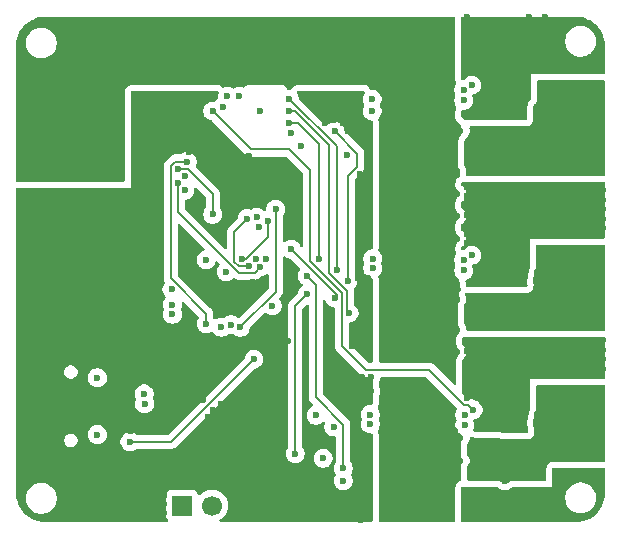
<source format=gbr>
%TF.GenerationSoftware,KiCad,Pcbnew,9.0.2*%
%TF.CreationDate,2025-07-01T21:57:16-05:00*%
%TF.ProjectId,testing3,74657374-696e-4673-932e-6b696361645f,rev?*%
%TF.SameCoordinates,Original*%
%TF.FileFunction,Copper,L4,Bot*%
%TF.FilePolarity,Positive*%
%FSLAX46Y46*%
G04 Gerber Fmt 4.6, Leading zero omitted, Abs format (unit mm)*
G04 Created by KiCad (PCBNEW 9.0.2) date 2025-07-01 21:57:16*
%MOMM*%
%LPD*%
G01*
G04 APERTURE LIST*
G04 Aperture macros list*
%AMRoundRect*
0 Rectangle with rounded corners*
0 $1 Rounding radius*
0 $2 $3 $4 $5 $6 $7 $8 $9 X,Y pos of 4 corners*
0 Add a 4 corners polygon primitive as box body*
4,1,4,$2,$3,$4,$5,$6,$7,$8,$9,$2,$3,0*
0 Add four circle primitives for the rounded corners*
1,1,$1+$1,$2,$3*
1,1,$1+$1,$4,$5*
1,1,$1+$1,$6,$7*
1,1,$1+$1,$8,$9*
0 Add four rect primitives between the rounded corners*
20,1,$1+$1,$2,$3,$4,$5,0*
20,1,$1+$1,$4,$5,$6,$7,0*
20,1,$1+$1,$6,$7,$8,$9,0*
20,1,$1+$1,$8,$9,$2,$3,0*%
G04 Aperture macros list end*
%TA.AperFunction,ComponentPad*%
%ADD10C,1.700000*%
%TD*%
%TA.AperFunction,ComponentPad*%
%ADD11R,1.700000X1.700000*%
%TD*%
%TA.AperFunction,ComponentPad*%
%ADD12C,6.000000*%
%TD*%
%TA.AperFunction,ComponentPad*%
%ADD13RoundRect,0.250002X-2.749998X2.749998X-2.749998X-2.749998X2.749998X-2.749998X2.749998X2.749998X0*%
%TD*%
%TA.AperFunction,HeatsinkPad*%
%ADD14O,1.600000X1.000000*%
%TD*%
%TA.AperFunction,HeatsinkPad*%
%ADD15O,2.100000X1.000000*%
%TD*%
%TA.AperFunction,HeatsinkPad*%
%ADD16C,0.500000*%
%TD*%
%TA.AperFunction,HeatsinkPad*%
%ADD17R,2.000000X0.500000*%
%TD*%
%TA.AperFunction,ViaPad*%
%ADD18C,0.600000*%
%TD*%
%TA.AperFunction,Conductor*%
%ADD19C,0.200000*%
%TD*%
G04 APERTURE END LIST*
D10*
%TO.P,J2,3,Pin_3*%
%TO.N,GND*%
X212840000Y-130700000D03*
%TO.P,J2,2,Pin_2*%
%TO.N,PWM-In*%
X210300000Y-130700000D03*
D11*
%TO.P,J2,1,Pin_1*%
%TO.N,+3V3*%
X207760000Y-130700000D03*
%TD*%
D12*
%TO.P,J3,2,Pin_2*%
%TO.N,GND*%
X197100000Y-111300000D03*
D13*
%TO.P,J3,1,Pin_1*%
%TO.N,Vin*%
X197100000Y-99300000D03*
%TD*%
%TO.P,J4,1,Pin_1*%
%TO.N,MOT1*%
X240500000Y-99700000D03*
D12*
%TO.P,J4,2,Pin_2*%
%TO.N,MOT2*%
X240500000Y-111700000D03*
%TO.P,J4,3,Pin_3*%
%TO.N,MOT3*%
X240500000Y-123700000D03*
%TD*%
D14*
%TO.P,J1,S1,SHIELD*%
%TO.N,GND*%
X194665000Y-126610000D03*
D15*
X198845000Y-126610000D03*
D14*
X194665000Y-117970000D03*
D15*
X198845000Y-117970000D03*
%TD*%
D16*
%TO.P,U9,9,GND*%
%TO.N,GND*%
X202950000Y-105600000D03*
D17*
X203700000Y-105600000D03*
D16*
X203700000Y-105600000D03*
X204450000Y-105600000D03*
%TD*%
D18*
%TO.N,MOT1*%
X221720000Y-101000000D03*
%TO.N,Vin*%
X230200000Y-113200000D03*
X228600000Y-113200000D03*
X231000000Y-113200000D03*
X230600000Y-112600000D03*
X228600000Y-112000000D03*
X229400000Y-112000000D03*
X229400000Y-113200000D03*
X231000000Y-112000000D03*
X229800000Y-112600000D03*
X230200000Y-112000000D03*
X229000000Y-112600000D03*
X230100000Y-127500000D03*
X230900000Y-127500000D03*
X230500000Y-126900000D03*
X229300000Y-126300000D03*
X229300000Y-127500000D03*
X230900000Y-126300000D03*
X231300000Y-126900000D03*
X229700000Y-126900000D03*
X230100000Y-126300000D03*
X228900000Y-126900000D03*
X230100000Y-125600000D03*
X230900000Y-125600000D03*
X230500000Y-125000000D03*
X229300000Y-124400000D03*
X229300000Y-125600000D03*
X230900000Y-124400000D03*
X231300000Y-125000000D03*
X229700000Y-125000000D03*
X230100000Y-124400000D03*
X228900000Y-125000000D03*
X228100000Y-92200000D03*
X229700000Y-92200000D03*
X230500000Y-92200000D03*
X229700000Y-91000000D03*
X228900000Y-92200000D03*
X230100000Y-91600000D03*
X228500000Y-91600000D03*
X228900000Y-91000000D03*
X230500000Y-91000000D03*
X229300000Y-91600000D03*
X228100000Y-91000000D03*
X230100000Y-99600000D03*
X230900000Y-99600000D03*
X230500000Y-99000000D03*
X229300000Y-98400000D03*
X229300000Y-99600000D03*
X230900000Y-98400000D03*
X231300000Y-99000000D03*
X229700000Y-99000000D03*
X230100000Y-98400000D03*
X228100000Y-94100000D03*
X229700000Y-94100000D03*
X230500000Y-94100000D03*
X229700000Y-92900000D03*
X228900000Y-94100000D03*
X230100000Y-93500000D03*
X228500000Y-93500000D03*
X228900000Y-92900000D03*
X230500000Y-92900000D03*
X229300000Y-93500000D03*
X228100000Y-92900000D03*
X229800000Y-118300000D03*
X230600000Y-118300000D03*
X229800000Y-117100000D03*
X229000000Y-118300000D03*
X230200000Y-117700000D03*
X229000000Y-117100000D03*
X230600000Y-117100000D03*
X229400000Y-117700000D03*
X231000000Y-117700000D03*
X229800000Y-116400000D03*
X230600000Y-116400000D03*
X229800000Y-115200000D03*
X229000000Y-116400000D03*
X230200000Y-115800000D03*
X229000000Y-115200000D03*
X230600000Y-115200000D03*
X229400000Y-115800000D03*
X231000000Y-115800000D03*
X228200000Y-103000000D03*
X229800000Y-103000000D03*
X230600000Y-103000000D03*
X229800000Y-101800000D03*
X229000000Y-103000000D03*
X230200000Y-102400000D03*
X228600000Y-102400000D03*
X229000000Y-101800000D03*
X230600000Y-101800000D03*
X229400000Y-102400000D03*
X231000000Y-102400000D03*
X228200000Y-101800000D03*
X228200000Y-104900000D03*
X229800000Y-104900000D03*
X230600000Y-104900000D03*
X229800000Y-103700000D03*
X229000000Y-104900000D03*
X230200000Y-104300000D03*
X228600000Y-104300000D03*
X229000000Y-103700000D03*
X230600000Y-103700000D03*
X229400000Y-104300000D03*
X231000000Y-104300000D03*
X228200000Y-103700000D03*
X228200000Y-105600000D03*
X230600000Y-105600000D03*
X229800000Y-106800000D03*
X229400000Y-106200000D03*
X230200000Y-106200000D03*
X231000000Y-106200000D03*
X229000000Y-106800000D03*
X229800000Y-105600000D03*
X229000000Y-105600000D03*
X228600000Y-106200000D03*
X230600000Y-106800000D03*
X230600000Y-107500000D03*
X229800000Y-107500000D03*
X230200000Y-108100000D03*
X231000000Y-108100000D03*
X230600000Y-108700000D03*
X198900000Y-93800000D03*
X200500000Y-93800000D03*
X200100000Y-94400000D03*
X199700000Y-93800000D03*
X200900000Y-94400000D03*
X200500000Y-95000000D03*
X199700000Y-95000000D03*
X198900000Y-95000000D03*
X199300000Y-94400000D03*
X197700000Y-94400000D03*
X196500000Y-95000000D03*
X198500000Y-94400000D03*
X198100000Y-93800000D03*
X198100000Y-95000000D03*
X197300000Y-93800000D03*
X196500000Y-93800000D03*
X197300000Y-95000000D03*
X196900000Y-94400000D03*
X196100000Y-94400000D03*
X195700000Y-93800000D03*
X195700000Y-95000000D03*
X195300000Y-94400000D03*
X194900000Y-93800000D03*
X194100000Y-93800000D03*
X194500000Y-94400000D03*
X194900000Y-95000000D03*
X194100000Y-95000000D03*
%TO.N,MOT1*%
X232100000Y-101100000D03*
X217850000Y-100300000D03*
%TO.N,Net-(Q1-G)*%
X231600000Y-96400000D03*
X223850000Y-97300000D03*
%TO.N,GND*%
X231900000Y-93300000D03*
X205800000Y-112900000D03*
X238500000Y-118000000D03*
X237800000Y-106400000D03*
X212850000Y-127200000D03*
X202000000Y-126400000D03*
X219650000Y-129800000D03*
X195750000Y-122200000D03*
X240600000Y-107200000D03*
X239200000Y-93600000D03*
X232600000Y-91300000D03*
X237100000Y-117200000D03*
X237100000Y-90900000D03*
X198800000Y-107100000D03*
X237000000Y-131700000D03*
X238500000Y-90900000D03*
X205800000Y-112200000D03*
X206850000Y-123100000D03*
X214000000Y-126600000D03*
X234700000Y-131700000D03*
X214350000Y-127900000D03*
X218900000Y-128600000D03*
X197250000Y-105900000D03*
X219250000Y-129200000D03*
X205150000Y-97900000D03*
X238500000Y-106100000D03*
X200500000Y-128300000D03*
X204000000Y-97300000D03*
X243400000Y-106400000D03*
X237800000Y-117500000D03*
X232600000Y-107300000D03*
X213600000Y-127900000D03*
X239900000Y-104500000D03*
X231900000Y-120800000D03*
X240600000Y-105600000D03*
X210000000Y-123200000D03*
X222800000Y-107200000D03*
X242000000Y-107200000D03*
X213800000Y-111800000D03*
X239200000Y-105600000D03*
X239900000Y-103700000D03*
X214000000Y-128500000D03*
X222200000Y-130800000D03*
X237100000Y-92500000D03*
X238500000Y-104500000D03*
X239900000Y-105300000D03*
X239900000Y-117200000D03*
X204750000Y-100400000D03*
X239200000Y-118300000D03*
X243400000Y-119100000D03*
X206200000Y-129900000D03*
X200300000Y-105900000D03*
X199950000Y-106500000D03*
X239900000Y-118800000D03*
X202000000Y-128300000D03*
X195350000Y-106500000D03*
X213400000Y-101100000D03*
X242700000Y-104500000D03*
X232600000Y-105700000D03*
X204100000Y-124100000D03*
X194550000Y-106500000D03*
X243400000Y-104800000D03*
X237100000Y-91700000D03*
X223300000Y-116600000D03*
X236250000Y-131700000D03*
X208380000Y-116600000D03*
X231900000Y-119200000D03*
X222250000Y-119800000D03*
X232600000Y-92900000D03*
X199150000Y-106500000D03*
X204350000Y-99800000D03*
X232600000Y-104900000D03*
X222900000Y-130500000D03*
X210500000Y-112800000D03*
X242700000Y-106100000D03*
X205500000Y-99200000D03*
X239200000Y-90400000D03*
X222700000Y-111400000D03*
X205150000Y-99800000D03*
X204750000Y-99200000D03*
X239900000Y-106100000D03*
X236250000Y-130500000D03*
X240600000Y-104800000D03*
X220600000Y-98050000D03*
X231900000Y-105300000D03*
X212000000Y-113200000D03*
X202000000Y-129500000D03*
X237800000Y-105600000D03*
X242000000Y-117500000D03*
X241300000Y-104500000D03*
X201250000Y-128300000D03*
X210000000Y-129100000D03*
X242000000Y-116700000D03*
X222600000Y-99050000D03*
X196850000Y-106500000D03*
X196500000Y-107100000D03*
X243400000Y-107200000D03*
X196100000Y-106500000D03*
X241300000Y-106900000D03*
X194950000Y-107100000D03*
X220400000Y-131700000D03*
X237100000Y-93300000D03*
X205200000Y-108680000D03*
X237800000Y-107200000D03*
X238500000Y-93200000D03*
X231900000Y-89300000D03*
X195700000Y-107100000D03*
X197250000Y-107100000D03*
X200500000Y-127600000D03*
X239900000Y-106900000D03*
X237800000Y-92800000D03*
X201650000Y-127000000D03*
X222900000Y-116000000D03*
X222850000Y-99800000D03*
X218900000Y-130500000D03*
X239200000Y-104000000D03*
X243400000Y-116700000D03*
X214350000Y-127200000D03*
X220400000Y-130500000D03*
X205000000Y-112300000D03*
X204350000Y-97900000D03*
X239900000Y-118000000D03*
X205700000Y-122500000D03*
X215750000Y-118400000D03*
X231900000Y-91700000D03*
X239200000Y-89600000D03*
X240600000Y-118300000D03*
X218900000Y-131700000D03*
X223200000Y-103200000D03*
X237750000Y-130500000D03*
X237800000Y-116700000D03*
X243300000Y-93600000D03*
X213400000Y-102300000D03*
X213200000Y-128500000D03*
X242000000Y-119100000D03*
X231900000Y-117600000D03*
X211100000Y-112200000D03*
X209600000Y-128500000D03*
X222900000Y-131900000D03*
X219650000Y-130500000D03*
X216500000Y-119600000D03*
X234750000Y-130500000D03*
X211900000Y-101100000D03*
X238500000Y-117200000D03*
X201250000Y-127600000D03*
X232600000Y-119600000D03*
X195400000Y-122800000D03*
X239200000Y-104800000D03*
X196150000Y-122800000D03*
X213600000Y-126000000D03*
X222600000Y-120400000D03*
X215350000Y-119000000D03*
X237800000Y-92000000D03*
X238500000Y-90100000D03*
X222150000Y-116000000D03*
X232600000Y-120400000D03*
X236650000Y-131100000D03*
X201250000Y-126400000D03*
X211100000Y-122100000D03*
X232600000Y-106500000D03*
X205800000Y-113600000D03*
X237100000Y-90100000D03*
X223400000Y-120400000D03*
X232600000Y-118000000D03*
X214350000Y-129100000D03*
X241300000Y-118800000D03*
X212850000Y-129100000D03*
X216700000Y-116800000D03*
X231900000Y-90100000D03*
X231900000Y-121600000D03*
X222200000Y-131500000D03*
X237100000Y-106900000D03*
X220400000Y-129800000D03*
X221800000Y-99000000D03*
X210800000Y-123200000D03*
X237100000Y-106100000D03*
X219850000Y-98300000D03*
X243400000Y-117500000D03*
X223650000Y-116000000D03*
X237100000Y-118800000D03*
X212650000Y-101100000D03*
X206450000Y-122500000D03*
X213600000Y-129100000D03*
X209600000Y-121000000D03*
X223650000Y-117200000D03*
X194950000Y-105900000D03*
X206450000Y-123700000D03*
X242700000Y-106900000D03*
X210400000Y-128500000D03*
X237800000Y-91200000D03*
X238500000Y-106900000D03*
X235500000Y-130500000D03*
X206200000Y-128500000D03*
X237100000Y-118000000D03*
X237800000Y-90400000D03*
X241300000Y-105300000D03*
X200850000Y-128900000D03*
X241300000Y-117200000D03*
X206200000Y-130600000D03*
X204000000Y-100400000D03*
X198000000Y-107100000D03*
X219650000Y-131700000D03*
X197650000Y-106500000D03*
X239200000Y-107200000D03*
X202500000Y-120400000D03*
X232600000Y-93700000D03*
X202000000Y-127600000D03*
X232600000Y-90500000D03*
X240600000Y-106400000D03*
X212500000Y-112600000D03*
X243400000Y-104000000D03*
X237800000Y-89600000D03*
X237100000Y-89300000D03*
X211900000Y-102300000D03*
X194200000Y-105900000D03*
X236600000Y-129900000D03*
X237400000Y-131100000D03*
X222900000Y-131200000D03*
X232600000Y-118800000D03*
X209500000Y-121800000D03*
X237400000Y-129900000D03*
X231900000Y-120000000D03*
X215750000Y-119600000D03*
X231900000Y-94100000D03*
X231900000Y-103700000D03*
X205700000Y-123700000D03*
X239200000Y-116700000D03*
X219250000Y-131100000D03*
X242700000Y-117200000D03*
X204750000Y-98500000D03*
X204000000Y-98500000D03*
X200500000Y-129500000D03*
X231900000Y-106900000D03*
X231900000Y-104500000D03*
X222900000Y-117200000D03*
X198400000Y-106500000D03*
X222000000Y-98000000D03*
X222800000Y-108000000D03*
X203400000Y-123700000D03*
X218900000Y-129800000D03*
X242700000Y-105300000D03*
X208380000Y-117600000D03*
X235100000Y-129900000D03*
X199550000Y-105900000D03*
X237800000Y-93600000D03*
X223500000Y-113400000D03*
X214350000Y-126000000D03*
X204750000Y-97300000D03*
X207200000Y-123700000D03*
X232600000Y-121200000D03*
X205500000Y-97300000D03*
X220050000Y-131100000D03*
X242000000Y-118300000D03*
X222900000Y-129800000D03*
X239200000Y-92800000D03*
X208340000Y-100760000D03*
X235900000Y-129900000D03*
X240600000Y-119100000D03*
X237100000Y-104500000D03*
X222700000Y-112600000D03*
X223000000Y-119800000D03*
X232600000Y-92100000D03*
X231900000Y-116800000D03*
X206050000Y-123100000D03*
X240600000Y-116700000D03*
X223500000Y-113400000D03*
X242000000Y-105600000D03*
X202290000Y-108800000D03*
X231900000Y-92500000D03*
X239200000Y-92000000D03*
X232600000Y-108100000D03*
X242700000Y-118000000D03*
X221350000Y-98300000D03*
X238500000Y-92500000D03*
X196550000Y-122200000D03*
X242000000Y-104000000D03*
X237800000Y-104000000D03*
X210400000Y-122600000D03*
X231900000Y-107700000D03*
X240600000Y-117500000D03*
X242700000Y-103700000D03*
X196900000Y-122800000D03*
X237100000Y-103700000D03*
X200500000Y-126400000D03*
X243400000Y-105600000D03*
X238500000Y-118800000D03*
X198000000Y-105900000D03*
X237800000Y-104800000D03*
X240600000Y-104000000D03*
X232600000Y-117200000D03*
X242700000Y-118800000D03*
X203400000Y-124400000D03*
X212650000Y-102300000D03*
X241300000Y-118000000D03*
X231900000Y-118400000D03*
X238500000Y-103700000D03*
X223500000Y-112600000D03*
X231900000Y-90900000D03*
X237000000Y-130500000D03*
X200850000Y-127000000D03*
X194200000Y-107100000D03*
X210400000Y-112100000D03*
X213000000Y-112000000D03*
X200300000Y-107100000D03*
X201250000Y-129500000D03*
X201650000Y-128900000D03*
X213200000Y-126600000D03*
X239200000Y-117500000D03*
X223600000Y-131600000D03*
X199550000Y-107100000D03*
X195700000Y-105900000D03*
X239200000Y-119100000D03*
X205500000Y-98500000D03*
X241300000Y-103700000D03*
X222500000Y-116600000D03*
X196900000Y-121600000D03*
X222150000Y-117200000D03*
X223100000Y-112000000D03*
X237800000Y-118300000D03*
X237100000Y-105300000D03*
X198800000Y-105900000D03*
X216500000Y-118400000D03*
X213050000Y-101700000D03*
X222250000Y-121000000D03*
X212850000Y-126000000D03*
X223750000Y-121000000D03*
X222600000Y-98300000D03*
X231900000Y-108500000D03*
X206900000Y-128800000D03*
X213600000Y-127200000D03*
X242000000Y-106400000D03*
X232600000Y-89700000D03*
X222850000Y-102600000D03*
X235100000Y-131100000D03*
X207200000Y-122500000D03*
X204000000Y-99200000D03*
X223500000Y-111400000D03*
X232600000Y-104100000D03*
X196500000Y-105900000D03*
X215000000Y-119600000D03*
X206200000Y-129200000D03*
X223000000Y-121000000D03*
X231900000Y-106100000D03*
X235500000Y-131700000D03*
X206200000Y-131300000D03*
X223600000Y-108000000D03*
X216150000Y-119000000D03*
X212850000Y-127900000D03*
X238500000Y-89300000D03*
X238500000Y-105300000D03*
X212250000Y-101700000D03*
X196150000Y-121600000D03*
X239200000Y-91200000D03*
X211500000Y-113800000D03*
X205800000Y-111500000D03*
X235850000Y-131100000D03*
X238500000Y-91700000D03*
X222850000Y-103800000D03*
X241300000Y-106100000D03*
X239200000Y-106400000D03*
X242000000Y-104800000D03*
X215000000Y-118400000D03*
X195400000Y-121600000D03*
X223750000Y-119800000D03*
X243400000Y-118300000D03*
X237800000Y-119100000D03*
%TO.N,Net-(Q3-G)*%
X223850000Y-96300000D03*
X231600000Y-95500000D03*
%TO.N,Net-(D2-A)*%
X200600000Y-119890000D03*
X200600000Y-124690000D03*
%TO.N,SD2*%
X213300000Y-106400000D03*
X213400000Y-110400000D03*
%TO.N,In1*%
X211100000Y-115600000D03*
X214300000Y-107100000D03*
%TO.N,In2*%
X214100000Y-106300000D03*
X211900000Y-115400000D03*
%TO.N,In3*%
X212700000Y-115600000D03*
X215700000Y-105600000D03*
%TO.N,SD3*%
X215000000Y-106600000D03*
X212800000Y-109800000D03*
%TO.N,D-*%
X206950000Y-113700000D03*
X204550000Y-121250000D03*
%TO.N,D+*%
X206949943Y-114500000D03*
X204586912Y-122086912D03*
%TO.N,MOT2*%
X216850000Y-97300000D03*
X232100000Y-115600000D03*
X221900000Y-114400000D03*
%TO.N,Net-(Q2-G)*%
X231600000Y-110800000D03*
X223900000Y-110600000D03*
%TO.N,Net-(Q4-G)*%
X223900000Y-109800000D03*
X231600000Y-109900000D03*
%TO.N,MOT3*%
X221410000Y-128600000D03*
X235100000Y-128600000D03*
X211600000Y-96050000D03*
%TO.N,Net-(Q5-G)*%
X223700000Y-123800000D03*
X231700000Y-123900000D03*
%TO.N,Net-(Q6-G)*%
X223700000Y-123000000D03*
X231700000Y-123000000D03*
%TO.N,V3*%
X219700000Y-126700000D03*
X215400000Y-113800000D03*
%TO.N,V1*%
X221800000Y-111700000D03*
X220700000Y-99000000D03*
%TO.N,V2*%
X217000000Y-109000000D03*
X220700000Y-113100000D03*
%TO.N,VNAT*%
X218350000Y-111250000D03*
X221420000Y-127550000D03*
%TO.N,SPA*%
X232300000Y-95100000D03*
X216975000Y-99175000D03*
%TO.N,SPB*%
X214350000Y-97300000D03*
X232300000Y-109500000D03*
%TO.N,SPC*%
X210350000Y-97300000D03*
X232400000Y-122600000D03*
%TO.N,GHB*%
X220850000Y-110800000D03*
X216850000Y-96300000D03*
%TO.N,GLB*%
X219350000Y-109800000D03*
X216850000Y-98300000D03*
%TO.N,GLC*%
X219100000Y-123050000D03*
X211225000Y-96925000D03*
%TO.N,GHC*%
X212600000Y-96050000D03*
X220600000Y-124050000D03*
%TO.N,+3V3*%
X209800000Y-109900000D03*
X211500000Y-110900000D03*
X208200000Y-101580000D03*
X209800000Y-115300000D03*
%TO.N,NSCS*%
X208000000Y-104000000D03*
X206900000Y-112400000D03*
%TO.N,SCLK*%
X214400000Y-110500000D03*
X207400000Y-103400000D03*
%TO.N,SDI*%
X214000000Y-109800000D03*
X208000000Y-102800000D03*
%TO.N,SDO*%
X210350000Y-106050000D03*
X207400000Y-102200000D03*
X214900000Y-109800000D03*
%TO.N,RST*%
X218350000Y-112800000D03*
X217350000Y-126300000D03*
%TO.N,BOOT*%
X213850000Y-118300000D03*
X203350000Y-125300000D03*
%TD*%
D19*
%TO.N,V1*%
X221800000Y-102800057D02*
X221800000Y-111700000D01*
X222600000Y-102000057D02*
X221800000Y-102800057D01*
X222600000Y-100900000D02*
X222600000Y-102000057D01*
X220700000Y-99000000D02*
X222600000Y-100900000D01*
%TO.N,SPC*%
X228649057Y-119199000D02*
X223299057Y-119199000D01*
X213600000Y-100550000D02*
X210350000Y-97300000D01*
X216850000Y-100550000D02*
X213600000Y-100550000D01*
X218600000Y-102300000D02*
X216850000Y-100550000D01*
X221300000Y-112667043D02*
X218600000Y-109967043D01*
X223299057Y-119199000D02*
X221300000Y-117199943D01*
X218600000Y-109967043D02*
X218600000Y-102300000D01*
X231651057Y-122201000D02*
X228649057Y-119199000D01*
X232001000Y-122201000D02*
X231651057Y-122201000D01*
X221300000Y-117199943D02*
X221300000Y-112667043D01*
X232400000Y-122600000D02*
X232001000Y-122201000D01*
%TO.N,SD2*%
X212199000Y-107501000D02*
X213300000Y-106400000D01*
X213400000Y-110400000D02*
X212550057Y-110400000D01*
X212550057Y-110400000D02*
X212199000Y-110048943D01*
X212199000Y-110048943D02*
X212199000Y-107501000D01*
X213300000Y-106400000D02*
X213400000Y-106500000D01*
%TO.N,In3*%
X215700000Y-112600000D02*
X212700000Y-115600000D01*
X215700000Y-105600000D02*
X215700000Y-112600000D01*
%TO.N,SD3*%
X215000000Y-106600000D02*
X215000000Y-107950057D01*
X213150057Y-109800000D02*
X212900000Y-109800000D01*
X215000000Y-107950057D02*
X213150057Y-109800000D01*
%TO.N,MOT2*%
X220199000Y-100216100D02*
X220199000Y-110998943D01*
X220199000Y-110998943D02*
X221700000Y-112499943D01*
X216850000Y-97300000D02*
X217282900Y-97300000D01*
X217282900Y-97300000D02*
X220199000Y-100216100D01*
X221700000Y-112499943D02*
X221700000Y-114400000D01*
%TO.N,V2*%
X220850000Y-112950000D02*
X220700000Y-113100000D01*
X218667071Y-110667071D02*
X220850000Y-112850000D01*
X220850000Y-112850000D02*
X220850000Y-112950000D01*
X218667071Y-110667071D02*
X217000000Y-109000000D01*
X218732928Y-110667071D02*
X218667071Y-110667071D01*
%TO.N,VNAT*%
X219100000Y-112000000D02*
X219100000Y-121550000D01*
X218350000Y-111250000D02*
X219100000Y-112000000D01*
X219100000Y-121550000D02*
X221420000Y-123870000D01*
X221420000Y-123870000D02*
X221420000Y-127550000D01*
%TO.N,GHB*%
X220850000Y-110800000D02*
X220850000Y-100300000D01*
X220850000Y-100300000D02*
X216850000Y-96300000D01*
%TO.N,GLB*%
X219350000Y-100050000D02*
X219350000Y-109800000D01*
X217600000Y-98300000D02*
X219350000Y-100050000D01*
X216850000Y-98300000D02*
X217600000Y-98300000D01*
X216850000Y-98300000D02*
X217100000Y-98300000D01*
%TO.N,+3V3*%
X209800000Y-114450057D02*
X209800000Y-115300000D01*
X206799000Y-101951057D02*
X206799000Y-111449057D01*
X208200000Y-101580000D02*
X207170057Y-101580000D01*
X206799000Y-111449057D02*
X209800000Y-114450057D01*
X207170057Y-101580000D02*
X206799000Y-101951057D01*
%TO.N,SCLK*%
X214400000Y-110500000D02*
X213899000Y-111001000D01*
X213899000Y-111001000D02*
X212583957Y-111001000D01*
X212583957Y-111001000D02*
X207400000Y-105817043D01*
X207400000Y-105817043D02*
X207400000Y-103400000D01*
%TO.N,SDO*%
X208249943Y-102200000D02*
X207400000Y-102200000D01*
X210350000Y-104300057D02*
X208249943Y-102200000D01*
X210350000Y-106050000D02*
X210350000Y-104300057D01*
%TO.N,RST*%
X217350000Y-113800000D02*
X217350000Y-126300000D01*
X218350000Y-112800000D02*
X217350000Y-113800000D01*
%TO.N,BOOT*%
X206850000Y-125300000D02*
X203350000Y-125300000D01*
X213850000Y-118300000D02*
X206850000Y-125300000D01*
%TD*%
%TA.AperFunction,Conductor*%
%TO.N,Vin*%
G36*
X228415999Y-119819185D02*
G01*
X228436641Y-119835819D01*
X231011187Y-122410365D01*
X231044672Y-122471688D01*
X231039688Y-122541380D01*
X231026609Y-122566935D01*
X230990611Y-122620811D01*
X230990602Y-122620827D01*
X230930264Y-122766498D01*
X230930261Y-122766510D01*
X230899500Y-122921153D01*
X230899500Y-123078846D01*
X230930261Y-123233489D01*
X230930264Y-123233501D01*
X230990604Y-123379177D01*
X230990605Y-123379179D01*
X230991899Y-123381115D01*
X230992264Y-123382282D01*
X230993476Y-123384549D01*
X230993045Y-123384778D01*
X231012773Y-123447794D01*
X230994285Y-123515173D01*
X230991899Y-123518885D01*
X230990605Y-123520820D01*
X230990604Y-123520822D01*
X230930264Y-123666498D01*
X230930261Y-123666510D01*
X230899500Y-123821153D01*
X230899500Y-123978846D01*
X230930261Y-124133489D01*
X230930264Y-124133501D01*
X230990602Y-124279172D01*
X230990609Y-124279185D01*
X231078210Y-124410288D01*
X231078213Y-124410292D01*
X231189710Y-124521789D01*
X231255169Y-124565527D01*
X231320821Y-124609394D01*
X231323444Y-124610480D01*
X231324604Y-124611415D01*
X231326192Y-124612264D01*
X231326031Y-124612564D01*
X231377849Y-124654314D01*
X231399921Y-124720605D01*
X231400000Y-124725044D01*
X231400000Y-125533390D01*
X231398738Y-125551036D01*
X231394500Y-125580513D01*
X231394500Y-126319486D01*
X231394521Y-126324052D01*
X231394541Y-126326266D01*
X231394597Y-126330458D01*
X231394601Y-126330729D01*
X231398403Y-126354184D01*
X231400000Y-126374022D01*
X231400000Y-127433390D01*
X231398738Y-127451036D01*
X231394500Y-127480511D01*
X231394500Y-128470496D01*
X231398034Y-128503368D01*
X231385627Y-128572127D01*
X231338016Y-128623264D01*
X231313905Y-128634275D01*
X231262498Y-128651385D01*
X231262496Y-128651386D01*
X231141462Y-128729171D01*
X231141451Y-128729179D01*
X231088659Y-128774923D01*
X230994433Y-128883664D01*
X230994430Y-128883668D01*
X230934664Y-129014534D01*
X230914976Y-129081582D01*
X230894500Y-129224001D01*
X230894500Y-131975500D01*
X230874815Y-132042539D01*
X230822011Y-132088294D01*
X230770500Y-132099500D01*
X224529499Y-132099500D01*
X224462460Y-132079815D01*
X224416705Y-132027011D01*
X224405499Y-131975500D01*
X224405489Y-124724507D01*
X224405488Y-124724490D01*
X224393936Y-124617047D01*
X224393936Y-124617044D01*
X224382730Y-124565533D01*
X224382576Y-124565070D01*
X224348603Y-124462997D01*
X224329366Y-124433064D01*
X224309681Y-124366025D01*
X224329365Y-124298986D01*
X224330550Y-124297176D01*
X224409394Y-124179179D01*
X224469737Y-124033497D01*
X224500500Y-123878842D01*
X224500500Y-123721158D01*
X224500500Y-123721155D01*
X224500499Y-123721153D01*
X224469738Y-123566510D01*
X224469737Y-123566503D01*
X224469735Y-123566498D01*
X224420425Y-123447452D01*
X224412956Y-123377983D01*
X224420425Y-123352548D01*
X224469735Y-123233501D01*
X224469737Y-123233497D01*
X224500500Y-123078842D01*
X224500500Y-122921158D01*
X224500500Y-122921155D01*
X224500499Y-122921153D01*
X224469738Y-122766510D01*
X224469737Y-122766503D01*
X224469735Y-122766498D01*
X224409397Y-122620827D01*
X224409390Y-122620814D01*
X224330524Y-122502784D01*
X224309646Y-122436107D01*
X224320831Y-122382383D01*
X224365327Y-122284952D01*
X224385011Y-122217913D01*
X224405486Y-122075499D01*
X224405485Y-121497473D01*
X224425169Y-121430435D01*
X224426384Y-121428582D01*
X224459389Y-121379187D01*
X224459390Y-121379184D01*
X224459394Y-121379179D01*
X224519737Y-121233497D01*
X224550500Y-121078842D01*
X224550500Y-120921158D01*
X224550500Y-120921155D01*
X224550499Y-120921153D01*
X224519738Y-120766510D01*
X224519737Y-120766503D01*
X224462989Y-120629500D01*
X224459397Y-120620827D01*
X224459390Y-120620814D01*
X224426381Y-120571413D01*
X224420730Y-120553366D01*
X224410506Y-120537457D01*
X224406054Y-120506497D01*
X224405503Y-120504736D01*
X224405483Y-120502522D01*
X224405483Y-120297476D01*
X224425168Y-120230437D01*
X224426332Y-120228658D01*
X224459394Y-120179179D01*
X224519737Y-120033497D01*
X224546429Y-119899309D01*
X224578814Y-119837398D01*
X224639529Y-119802824D01*
X224668046Y-119799500D01*
X228348960Y-119799500D01*
X228415999Y-119819185D01*
G37*
%TD.AperFunction*%
%TA.AperFunction,Conductor*%
G36*
X230837539Y-89320185D02*
G01*
X230883294Y-89372989D01*
X230894500Y-89424500D01*
X230894500Y-91337432D01*
X230894500Y-94575500D01*
X230894501Y-94575509D01*
X230906052Y-94682950D01*
X230906054Y-94682962D01*
X230917260Y-94734472D01*
X230951383Y-94836997D01*
X230951386Y-94837003D01*
X230970628Y-94866943D01*
X230990313Y-94933982D01*
X230970629Y-95001022D01*
X230969415Y-95002874D01*
X230890609Y-95120814D01*
X230890602Y-95120827D01*
X230830264Y-95266498D01*
X230830261Y-95266510D01*
X230799500Y-95421153D01*
X230799500Y-95578846D01*
X230830261Y-95733489D01*
X230830264Y-95733501D01*
X230890604Y-95879177D01*
X230890605Y-95879179D01*
X230891899Y-95881115D01*
X230892264Y-95882282D01*
X230893476Y-95884549D01*
X230893045Y-95884778D01*
X230912773Y-95947794D01*
X230894285Y-96015173D01*
X230891899Y-96018885D01*
X230890605Y-96020820D01*
X230890604Y-96020822D01*
X230830264Y-96166498D01*
X230830261Y-96166510D01*
X230799500Y-96321153D01*
X230799500Y-96478846D01*
X230830261Y-96633489D01*
X230830264Y-96633501D01*
X230890602Y-96779172D01*
X230890609Y-96779185D01*
X230969467Y-96897203D01*
X230990345Y-96963880D01*
X230979159Y-97017606D01*
X230934664Y-97115034D01*
X230914976Y-97182082D01*
X230894500Y-97324501D01*
X230894500Y-97716561D01*
X230897397Y-97770609D01*
X230897397Y-97770610D01*
X230900229Y-97796943D01*
X230900232Y-97796970D01*
X230908885Y-97850366D01*
X230908885Y-97850368D01*
X230943708Y-97943729D01*
X230959168Y-97985178D01*
X230992653Y-98046501D01*
X231078877Y-98161682D01*
X231078886Y-98161691D01*
X231120498Y-98203303D01*
X231134585Y-98220137D01*
X231135285Y-98221142D01*
X231189084Y-98301657D01*
X231190621Y-98300629D01*
X231220258Y-98343199D01*
X231220654Y-98344386D01*
X231222805Y-98347006D01*
X231230216Y-98358538D01*
X231230225Y-98358549D01*
X231275968Y-98411340D01*
X231275971Y-98411343D01*
X231275975Y-98411347D01*
X231357204Y-98481733D01*
X231394977Y-98540511D01*
X231400000Y-98575445D01*
X231400000Y-99239566D01*
X231380315Y-99306605D01*
X231360499Y-99330318D01*
X231355353Y-99335108D01*
X231355349Y-99335113D01*
X231271197Y-99451817D01*
X231238814Y-99513726D01*
X231238808Y-99513740D01*
X231190952Y-99649400D01*
X231190950Y-99649408D01*
X231186043Y-99674075D01*
X231178989Y-99697328D01*
X231142419Y-99785622D01*
X231142411Y-99785643D01*
X231113656Y-99880435D01*
X231113651Y-99880456D01*
X231104212Y-99927906D01*
X231100894Y-99961601D01*
X231094500Y-100026523D01*
X231094500Y-101819486D01*
X231094521Y-101824052D01*
X231094541Y-101826266D01*
X231094594Y-101830268D01*
X231094601Y-101830733D01*
X231117615Y-101972750D01*
X231133933Y-102024864D01*
X231138494Y-102039428D01*
X231138495Y-102039432D01*
X231138497Y-102039435D01*
X231200590Y-102169218D01*
X231200589Y-102169218D01*
X231254638Y-102250106D01*
X231266098Y-102271546D01*
X231278990Y-102302671D01*
X231286045Y-102325927D01*
X231292617Y-102358961D01*
X231295000Y-102383156D01*
X231295000Y-102416840D01*
X231292617Y-102441033D01*
X231276025Y-102524440D01*
X231275459Y-102527128D01*
X231271890Y-102543197D01*
X231264999Y-102580916D01*
X231264999Y-102724794D01*
X231270109Y-102760326D01*
X231260166Y-102829484D01*
X231214411Y-102882289D01*
X231141462Y-102929170D01*
X231141451Y-102929179D01*
X231088659Y-102974923D01*
X230994433Y-103083664D01*
X230994430Y-103083668D01*
X230934664Y-103214534D01*
X230914976Y-103281582D01*
X230894500Y-103424001D01*
X230894500Y-103538239D01*
X230899645Y-103610180D01*
X230904668Y-103645121D01*
X230919991Y-103715564D01*
X230927787Y-103732635D01*
X230930895Y-103739442D01*
X230946802Y-103789461D01*
X230973393Y-103832510D01*
X230976616Y-103839569D01*
X230979761Y-103846457D01*
X230991800Y-103865189D01*
X230991805Y-103865196D01*
X231010110Y-103893683D01*
X231010172Y-103893775D01*
X231017548Y-103905252D01*
X231017552Y-103905258D01*
X231019089Y-103907031D01*
X231021408Y-103910479D01*
X231022408Y-103911867D01*
X231022412Y-103911872D01*
X231022415Y-103911876D01*
X231022419Y-103911881D01*
X231066862Y-103965064D01*
X231067205Y-103965479D01*
X231072858Y-103970557D01*
X231083697Y-103981590D01*
X231111776Y-104013992D01*
X231121794Y-104020430D01*
X231167552Y-104073228D01*
X231177501Y-104142386D01*
X231169323Y-104172201D01*
X231130264Y-104266498D01*
X231130261Y-104266510D01*
X231099500Y-104421153D01*
X231099500Y-104548606D01*
X231079815Y-104615645D01*
X231063963Y-104635498D01*
X231059059Y-104640490D01*
X231059056Y-104640493D01*
X230994434Y-104721421D01*
X230934663Y-104852297D01*
X230914976Y-104919342D01*
X230894500Y-105061761D01*
X230894500Y-105438238D01*
X230905110Y-105541269D01*
X230915415Y-105590762D01*
X230946804Y-105689467D01*
X230946807Y-105689474D01*
X231022417Y-105811878D01*
X231022418Y-105811879D01*
X231067222Y-105865492D01*
X231067224Y-105865495D01*
X231072303Y-105870058D01*
X231075945Y-105873942D01*
X231089387Y-105900565D01*
X231105064Y-105925943D01*
X231105282Y-105932047D01*
X231107436Y-105936313D01*
X231105946Y-105950633D01*
X231107101Y-105982939D01*
X231099500Y-106021156D01*
X231099500Y-106178846D01*
X231130261Y-106333494D01*
X231130263Y-106333498D01*
X231138812Y-106354138D01*
X231146279Y-106423608D01*
X231115003Y-106486086D01*
X231103344Y-106497088D01*
X231094487Y-106504422D01*
X231094481Y-106504428D01*
X231059058Y-106540490D01*
X231059056Y-106540493D01*
X230994434Y-106621421D01*
X230934663Y-106752297D01*
X230914976Y-106819342D01*
X230894500Y-106961761D01*
X230894500Y-107338238D01*
X230905110Y-107441269D01*
X230915415Y-107490762D01*
X230946804Y-107589467D01*
X230946807Y-107589474D01*
X231022417Y-107711878D01*
X231022418Y-107711879D01*
X231067222Y-107765492D01*
X231067224Y-107765495D01*
X231075830Y-107773225D01*
X231078864Y-107776363D01*
X231093148Y-107803600D01*
X231109305Y-107829756D01*
X231111305Y-107838221D01*
X231111315Y-107838240D01*
X231111313Y-107838256D01*
X231111340Y-107838368D01*
X231130261Y-107933491D01*
X231130264Y-107933501D01*
X231179574Y-108052548D01*
X231182319Y-108078087D01*
X231188979Y-108102898D01*
X231186334Y-108115426D01*
X231187043Y-108122018D01*
X231183141Y-108137706D01*
X231181558Y-108142663D01*
X231130263Y-108266503D01*
X231110803Y-108364326D01*
X231108677Y-108370990D01*
X231092863Y-108394375D01*
X231079780Y-108419387D01*
X231079014Y-108420174D01*
X231059059Y-108440489D01*
X231059056Y-108440493D01*
X230994434Y-108521421D01*
X230934663Y-108652297D01*
X230934662Y-108652301D01*
X230914977Y-108719340D01*
X230914976Y-108719344D01*
X230894500Y-108861760D01*
X230894500Y-108975500D01*
X230894501Y-108975509D01*
X230906052Y-109082950D01*
X230906054Y-109082962D01*
X230917260Y-109134472D01*
X230951383Y-109236997D01*
X230951386Y-109237003D01*
X230970628Y-109266943D01*
X230990313Y-109333982D01*
X230970629Y-109401022D01*
X230969415Y-109402874D01*
X230890609Y-109520814D01*
X230890602Y-109520827D01*
X230830264Y-109666498D01*
X230830261Y-109666510D01*
X230799500Y-109821153D01*
X230799500Y-109978846D01*
X230830261Y-110133489D01*
X230830264Y-110133501D01*
X230890604Y-110279177D01*
X230890605Y-110279179D01*
X230891899Y-110281115D01*
X230892264Y-110282282D01*
X230893476Y-110284549D01*
X230893045Y-110284778D01*
X230912773Y-110347794D01*
X230894285Y-110415173D01*
X230891899Y-110418885D01*
X230890605Y-110420820D01*
X230890604Y-110420822D01*
X230830264Y-110566498D01*
X230830261Y-110566510D01*
X230799500Y-110721153D01*
X230799500Y-110878846D01*
X230830261Y-111033489D01*
X230830264Y-111033501D01*
X230890602Y-111179172D01*
X230890609Y-111179185D01*
X230978210Y-111310288D01*
X230978213Y-111310292D01*
X231089707Y-111421786D01*
X231089711Y-111421789D01*
X231195970Y-111492790D01*
X231200341Y-111498021D01*
X231206593Y-111500742D01*
X231222459Y-111524486D01*
X231240775Y-111546402D01*
X231242547Y-111554547D01*
X231245412Y-111558835D01*
X231248553Y-111582158D01*
X231251059Y-111593674D01*
X231251118Y-111597006D01*
X231246731Y-111719844D01*
X231254199Y-111789311D01*
X231254200Y-111789323D01*
X231254586Y-111790835D01*
X231274552Y-111869059D01*
X231276021Y-111875533D01*
X231292617Y-111958960D01*
X231295000Y-111983153D01*
X231295000Y-112076000D01*
X231295001Y-112076009D01*
X231306552Y-112183450D01*
X231306554Y-112183462D01*
X231317759Y-112234969D01*
X231353919Y-112343610D01*
X231353924Y-112343752D01*
X231354005Y-112343870D01*
X231355169Y-112378615D01*
X231356413Y-112413436D01*
X231356341Y-112413607D01*
X231356345Y-112413701D01*
X231355891Y-112414691D01*
X231342767Y-112446278D01*
X231340565Y-112449970D01*
X231300087Y-112508270D01*
X231270218Y-112567939D01*
X231270032Y-112568252D01*
X231268809Y-112570754D01*
X231223372Y-112707272D01*
X231218238Y-112851059D01*
X231218239Y-112851060D01*
X231225706Y-112920514D01*
X231225709Y-112920533D01*
X231261287Y-113059928D01*
X231261291Y-113059939D01*
X231278990Y-113102671D01*
X231286045Y-113125927D01*
X231292617Y-113158962D01*
X231295000Y-113183156D01*
X231295000Y-113216839D01*
X231292617Y-113241034D01*
X231286044Y-113274074D01*
X231278987Y-113297333D01*
X231266097Y-113328451D01*
X231254640Y-113349886D01*
X231200610Y-113430750D01*
X231198008Y-113434683D01*
X231196816Y-113436501D01*
X231194431Y-113440178D01*
X231194430Y-113440181D01*
X231134664Y-113571047D01*
X231134662Y-113571054D01*
X231114977Y-113638093D01*
X231114976Y-113638097D01*
X231094500Y-113780513D01*
X231094500Y-115219486D01*
X231094521Y-115224052D01*
X231094541Y-115226266D01*
X231094594Y-115230268D01*
X231094601Y-115230733D01*
X231117615Y-115372750D01*
X231119524Y-115378845D01*
X231138494Y-115439428D01*
X231138495Y-115439432D01*
X231138497Y-115439435D01*
X231200590Y-115569218D01*
X231200589Y-115569218D01*
X231254638Y-115650106D01*
X231266098Y-115671546D01*
X231278990Y-115702671D01*
X231286045Y-115725928D01*
X231294023Y-115766032D01*
X231295695Y-115776970D01*
X231306552Y-115877954D01*
X231309129Y-115889798D01*
X231304143Y-115959490D01*
X231262270Y-116015423D01*
X231255004Y-116020468D01*
X231241460Y-116029172D01*
X231241451Y-116029179D01*
X231188659Y-116074923D01*
X231094433Y-116183664D01*
X231094430Y-116183668D01*
X231034664Y-116314534D01*
X231014976Y-116381582D01*
X230994500Y-116524001D01*
X230994500Y-117016561D01*
X230997397Y-117070609D01*
X230997397Y-117070610D01*
X231000229Y-117096943D01*
X231000232Y-117096970D01*
X231008885Y-117150366D01*
X231008885Y-117150368D01*
X231056806Y-117278846D01*
X231059168Y-117285178D01*
X231092653Y-117346501D01*
X231095044Y-117350221D01*
X231094121Y-117350813D01*
X231116789Y-117411596D01*
X231114722Y-117444624D01*
X231099500Y-117521157D01*
X231099500Y-117678846D01*
X231130260Y-117833488D01*
X231130263Y-117833498D01*
X231146027Y-117871555D01*
X231153496Y-117941024D01*
X231128029Y-117996798D01*
X231126062Y-117999240D01*
X231126055Y-117999249D01*
X231126053Y-117999251D01*
X231094433Y-118043103D01*
X231094430Y-118043107D01*
X231034664Y-118173974D01*
X231014976Y-118241022D01*
X230994500Y-118383441D01*
X230994500Y-120395846D01*
X230974815Y-120462885D01*
X230922011Y-120508640D01*
X230852853Y-120518584D01*
X230789297Y-120489559D01*
X230782819Y-120483527D01*
X229136647Y-118837355D01*
X229136645Y-118837352D01*
X229017774Y-118718481D01*
X229017766Y-118718475D01*
X228914020Y-118658578D01*
X228914019Y-118658577D01*
X228914019Y-118658578D01*
X228880842Y-118639423D01*
X228728114Y-118598499D01*
X228570000Y-118598499D01*
X228562404Y-118598499D01*
X228562388Y-118598500D01*
X224529482Y-118598500D01*
X224520796Y-118595949D01*
X224511836Y-118597238D01*
X224487797Y-118586259D01*
X224462443Y-118578815D01*
X224456515Y-118571973D01*
X224448280Y-118568213D01*
X224433992Y-118545980D01*
X224416688Y-118526011D01*
X224414400Y-118515496D01*
X224410505Y-118509435D01*
X224405482Y-118474501D01*
X224405481Y-118285336D01*
X224405481Y-118285335D01*
X224405480Y-117492581D01*
X224414919Y-117445128D01*
X224415128Y-117444624D01*
X224419737Y-117433497D01*
X224450500Y-117278842D01*
X224450500Y-117121158D01*
X224450500Y-117121155D01*
X224450499Y-117121153D01*
X224419738Y-116966509D01*
X224419737Y-116966503D01*
X224414918Y-116954870D01*
X224405478Y-116907419D01*
X224405478Y-116292585D01*
X224414919Y-116245128D01*
X224415196Y-116244457D01*
X224419737Y-116233497D01*
X224450500Y-116078842D01*
X224450500Y-115921158D01*
X224450500Y-115921155D01*
X224450499Y-115921153D01*
X224444262Y-115889798D01*
X224419737Y-115766503D01*
X224414916Y-115754863D01*
X224405478Y-115707413D01*
X224405478Y-115378845D01*
X224405472Y-111517929D01*
X224405471Y-111517927D01*
X224404975Y-111509394D01*
X224402073Y-111459415D01*
X224398749Y-111430898D01*
X224388599Y-111373172D01*
X224388598Y-111373171D01*
X224388598Y-111373167D01*
X224381733Y-111355719D01*
X224375504Y-111286128D01*
X224407889Y-111224217D01*
X224409441Y-111222636D01*
X224410285Y-111221791D01*
X224410289Y-111221789D01*
X224521789Y-111110289D01*
X224609394Y-110979179D01*
X224669737Y-110833497D01*
X224700500Y-110678842D01*
X224700500Y-110521158D01*
X224700500Y-110521155D01*
X224700499Y-110521153D01*
X224680542Y-110420822D01*
X224669737Y-110366503D01*
X224634852Y-110282282D01*
X224620425Y-110247452D01*
X224612956Y-110177983D01*
X224620425Y-110152548D01*
X224669735Y-110033501D01*
X224669737Y-110033497D01*
X224700500Y-109878842D01*
X224700500Y-109721158D01*
X224700500Y-109721155D01*
X224700499Y-109721153D01*
X224684304Y-109639735D01*
X224669737Y-109566503D01*
X224650812Y-109520814D01*
X224609397Y-109420827D01*
X224609390Y-109420814D01*
X224521789Y-109289711D01*
X224521786Y-109289707D01*
X224407863Y-109175784D01*
X224374378Y-109114461D01*
X224376567Y-109053168D01*
X224384993Y-109024472D01*
X224405468Y-108882058D01*
X224405455Y-98224499D01*
X224393902Y-98117044D01*
X224382696Y-98065533D01*
X224365393Y-98013548D01*
X224362899Y-97943729D01*
X224395365Y-97886712D01*
X224471789Y-97810289D01*
X224559394Y-97679179D01*
X224619737Y-97533497D01*
X224650500Y-97378842D01*
X224650500Y-97221158D01*
X224650500Y-97221155D01*
X224650499Y-97221153D01*
X224619738Y-97066510D01*
X224619737Y-97066503D01*
X224619735Y-97066498D01*
X224559396Y-96920825D01*
X224559394Y-96920822D01*
X224559394Y-96920821D01*
X224524694Y-96868889D01*
X224503816Y-96802215D01*
X224522300Y-96734835D01*
X224524676Y-96731136D01*
X224559394Y-96679179D01*
X224619737Y-96533497D01*
X224650500Y-96378842D01*
X224650500Y-96221158D01*
X224650500Y-96221155D01*
X224650499Y-96221153D01*
X224619738Y-96066510D01*
X224619737Y-96066503D01*
X224619735Y-96066498D01*
X224559397Y-95920827D01*
X224559390Y-95920814D01*
X224471789Y-95789711D01*
X224471786Y-95789707D01*
X224360292Y-95678213D01*
X224360288Y-95678210D01*
X224229185Y-95590609D01*
X224229172Y-95590602D01*
X224083501Y-95530264D01*
X224083489Y-95530261D01*
X223928845Y-95499500D01*
X223928842Y-95499500D01*
X223787087Y-95499500D01*
X223720048Y-95479815D01*
X223682772Y-95442540D01*
X223617812Y-95341462D01*
X223617809Y-95341457D01*
X223607135Y-95329138D01*
X223572060Y-95288659D01*
X223572056Y-95288656D01*
X223572054Y-95288653D01*
X223463320Y-95194433D01*
X223463317Y-95194431D01*
X223463315Y-95194430D01*
X223332449Y-95134664D01*
X223332444Y-95134662D01*
X223332443Y-95134662D01*
X223265404Y-95114977D01*
X223265406Y-95114977D01*
X223265401Y-95114976D01*
X223203331Y-95106052D01*
X223122984Y-95094500D01*
X217577016Y-95094500D01*
X217577013Y-95094500D01*
X217465160Y-95107030D01*
X217465152Y-95107032D01*
X217411659Y-95119169D01*
X217411640Y-95119175D01*
X217305336Y-95156144D01*
X217305332Y-95156146D01*
X217185700Y-95236080D01*
X217144066Y-95273477D01*
X217144060Y-95273484D01*
X217133723Y-95282770D01*
X217133716Y-95282776D01*
X217041452Y-95393179D01*
X217021940Y-95438006D01*
X217013478Y-95449407D01*
X216996467Y-95462248D01*
X216982802Y-95478601D01*
X216969141Y-95482878D01*
X216957715Y-95491505D01*
X216936462Y-95493111D01*
X216916125Y-95499480D01*
X216913910Y-95499500D01*
X216787087Y-95499500D01*
X216720048Y-95479815D01*
X216682772Y-95442540D01*
X216617812Y-95341462D01*
X216617809Y-95341457D01*
X216607135Y-95329138D01*
X216572060Y-95288659D01*
X216572056Y-95288656D01*
X216572054Y-95288653D01*
X216463320Y-95194433D01*
X216463317Y-95194431D01*
X216463315Y-95194430D01*
X216332449Y-95134664D01*
X216332444Y-95134662D01*
X216332443Y-95134662D01*
X216265404Y-95114977D01*
X216265406Y-95114977D01*
X216265401Y-95114976D01*
X216203331Y-95106052D01*
X216122984Y-95094500D01*
X213465638Y-95094500D01*
X213465621Y-95094500D01*
X213402626Y-95098442D01*
X213371982Y-95102292D01*
X213371976Y-95102293D01*
X213371969Y-95102294D01*
X213327922Y-95110647D01*
X213309967Y-95114052D01*
X213177035Y-95169111D01*
X213116948Y-95204761D01*
X213113012Y-95207819D01*
X213111773Y-95208933D01*
X213016115Y-95286015D01*
X212951563Y-95312751D01*
X212890860Y-95304023D01*
X212884807Y-95301515D01*
X212833497Y-95280263D01*
X212833493Y-95280262D01*
X212833488Y-95280260D01*
X212678845Y-95249500D01*
X212678842Y-95249500D01*
X212521158Y-95249500D01*
X212521155Y-95249500D01*
X212366510Y-95280261D01*
X212366498Y-95280264D01*
X212220827Y-95340602D01*
X212220814Y-95340609D01*
X212168891Y-95375304D01*
X212102214Y-95396182D01*
X212034833Y-95377698D01*
X212031109Y-95375304D01*
X211979185Y-95340609D01*
X211979172Y-95340602D01*
X211833501Y-95280264D01*
X211833489Y-95280261D01*
X211678845Y-95249500D01*
X211678842Y-95249500D01*
X211521158Y-95249500D01*
X211521155Y-95249500D01*
X211366505Y-95280261D01*
X211366502Y-95280263D01*
X211306854Y-95304969D01*
X211237384Y-95312436D01*
X211178200Y-95284119D01*
X211074698Y-95194433D01*
X211074695Y-95194431D01*
X211074693Y-95194430D01*
X210943827Y-95134664D01*
X210943822Y-95134662D01*
X210943821Y-95134662D01*
X210876782Y-95114977D01*
X210876784Y-95114977D01*
X210876779Y-95114976D01*
X210814709Y-95106052D01*
X210734362Y-95094500D01*
X203524000Y-95094500D01*
X203523991Y-95094500D01*
X203523990Y-95094501D01*
X203416549Y-95106052D01*
X203416537Y-95106054D01*
X203365027Y-95117260D01*
X203262502Y-95151383D01*
X203262496Y-95151386D01*
X203141462Y-95229171D01*
X203141451Y-95229179D01*
X203088659Y-95274923D01*
X202994433Y-95383664D01*
X202994430Y-95383668D01*
X202934664Y-95514534D01*
X202914976Y-95581582D01*
X202894500Y-95724001D01*
X202894500Y-103170500D01*
X202874815Y-103237539D01*
X202822011Y-103283294D01*
X202770500Y-103294500D01*
X193824500Y-103294500D01*
X193757461Y-103274815D01*
X193711706Y-103222011D01*
X193700500Y-103170500D01*
X193700500Y-91803750D01*
X193700726Y-91796263D01*
X193704486Y-91734108D01*
X193718271Y-91506201D01*
X193720076Y-91491340D01*
X193722946Y-91475682D01*
X193728083Y-91447648D01*
X194549500Y-91447648D01*
X194549500Y-91652351D01*
X194581522Y-91854534D01*
X194644781Y-92049223D01*
X194737715Y-92231613D01*
X194858028Y-92397213D01*
X195002786Y-92541971D01*
X195157749Y-92654556D01*
X195168390Y-92662287D01*
X195284607Y-92721503D01*
X195350776Y-92755218D01*
X195350778Y-92755218D01*
X195350781Y-92755220D01*
X195455137Y-92789127D01*
X195545465Y-92818477D01*
X195646557Y-92834488D01*
X195747648Y-92850500D01*
X195747649Y-92850500D01*
X195952351Y-92850500D01*
X195952352Y-92850500D01*
X196154534Y-92818477D01*
X196349219Y-92755220D01*
X196531610Y-92662287D01*
X196624590Y-92594732D01*
X196697213Y-92541971D01*
X196697215Y-92541968D01*
X196697219Y-92541966D01*
X196841966Y-92397219D01*
X196841968Y-92397215D01*
X196841971Y-92397213D01*
X196894732Y-92324590D01*
X196962287Y-92231610D01*
X197055220Y-92049219D01*
X197118477Y-91854534D01*
X197150500Y-91652352D01*
X197150500Y-91447648D01*
X197133043Y-91337430D01*
X197118477Y-91245465D01*
X197067379Y-91088204D01*
X197055220Y-91050781D01*
X197055218Y-91050778D01*
X197055218Y-91050776D01*
X197003065Y-90948422D01*
X196962287Y-90868390D01*
X196954556Y-90857749D01*
X196841971Y-90702786D01*
X196697213Y-90558028D01*
X196531613Y-90437715D01*
X196531612Y-90437714D01*
X196531610Y-90437713D01*
X196474653Y-90408691D01*
X196349223Y-90344781D01*
X196154534Y-90281522D01*
X195979995Y-90253878D01*
X195952352Y-90249500D01*
X195747648Y-90249500D01*
X195723329Y-90253351D01*
X195545465Y-90281522D01*
X195350776Y-90344781D01*
X195168386Y-90437715D01*
X195002786Y-90558028D01*
X194858028Y-90702786D01*
X194737715Y-90868386D01*
X194644781Y-91050776D01*
X194581522Y-91245465D01*
X194549500Y-91447648D01*
X193728083Y-91447648D01*
X193771780Y-91209197D01*
X193775364Y-91194663D01*
X193808538Y-91088204D01*
X193860696Y-90920822D01*
X193865998Y-90906841D01*
X193983731Y-90645249D01*
X193990676Y-90632016D01*
X194139080Y-90386526D01*
X194147567Y-90374230D01*
X194324480Y-90148417D01*
X194334395Y-90137226D01*
X194537226Y-89934395D01*
X194548417Y-89924480D01*
X194774230Y-89747567D01*
X194786526Y-89739080D01*
X195032016Y-89590676D01*
X195045249Y-89583731D01*
X195306841Y-89465998D01*
X195320822Y-89460696D01*
X195594668Y-89375362D01*
X195609197Y-89371780D01*
X195891344Y-89320075D01*
X195906201Y-89318271D01*
X196196264Y-89300726D01*
X196203751Y-89300500D01*
X196265892Y-89300500D01*
X230770500Y-89300500D01*
X230837539Y-89320185D01*
G37*
%TD.AperFunction*%
%TD*%
%TA.AperFunction,Conductor*%
%TO.N,MOT1*%
G36*
X243542539Y-94725185D02*
G01*
X243588294Y-94777989D01*
X243599500Y-94829500D01*
X243599500Y-102670500D01*
X243579815Y-102737539D01*
X243527011Y-102783294D01*
X243475500Y-102794500D01*
X231888092Y-102794500D01*
X231821053Y-102774815D01*
X231775298Y-102722011D01*
X231765354Y-102652853D01*
X231769431Y-102634504D01*
X231769733Y-102633506D01*
X231769737Y-102633497D01*
X231800500Y-102478842D01*
X231800500Y-102321158D01*
X231800500Y-102321155D01*
X231800499Y-102321153D01*
X231769738Y-102166510D01*
X231769737Y-102166503D01*
X231769735Y-102166498D01*
X231709397Y-102020827D01*
X231709390Y-102020814D01*
X231620898Y-101888377D01*
X231600020Y-101821700D01*
X231600000Y-101819486D01*
X231600000Y-100026523D01*
X231609439Y-99979071D01*
X231628233Y-99933696D01*
X231669737Y-99833497D01*
X231686739Y-99748021D01*
X231719121Y-99686113D01*
X231739459Y-99669115D01*
X231810289Y-99621789D01*
X231921789Y-99510289D01*
X232009394Y-99379179D01*
X232069737Y-99233497D01*
X232100500Y-99078842D01*
X232100500Y-98921158D01*
X232100500Y-98921155D01*
X232100499Y-98921153D01*
X232069739Y-98766512D01*
X232069738Y-98766509D01*
X232069737Y-98766503D01*
X232069734Y-98766496D01*
X232069431Y-98765496D01*
X232069426Y-98764937D01*
X232068549Y-98760528D01*
X232069385Y-98760361D01*
X232068808Y-98695629D01*
X232106056Y-98636516D01*
X232169350Y-98606925D01*
X232188092Y-98605500D01*
X236875490Y-98605500D01*
X236875500Y-98605500D01*
X236982956Y-98593947D01*
X237034467Y-98582741D01*
X237068697Y-98571347D01*
X237136997Y-98548616D01*
X237137001Y-98548613D01*
X237137004Y-98548613D01*
X237258043Y-98470825D01*
X237310847Y-98425070D01*
X237405067Y-98316336D01*
X237464838Y-98185459D01*
X237484523Y-98118420D01*
X237484524Y-98118416D01*
X237505000Y-97976000D01*
X237505000Y-96932059D01*
X237505642Y-96919459D01*
X237505876Y-96917168D01*
X237511525Y-96890773D01*
X237521888Y-96859500D01*
X237534051Y-96833417D01*
X237548901Y-96809341D01*
X237566757Y-96786761D01*
X237621100Y-96732418D01*
X237621100Y-96732417D01*
X237621124Y-96732394D01*
X237657298Y-96692122D01*
X237673931Y-96671480D01*
X237705567Y-96627607D01*
X237765338Y-96496730D01*
X237785023Y-96429691D01*
X237785024Y-96429687D01*
X237805500Y-96287271D01*
X237805500Y-94829500D01*
X237825185Y-94762461D01*
X237877989Y-94716706D01*
X237929500Y-94705500D01*
X243475500Y-94705500D01*
X243542539Y-94725185D01*
G37*
%TD.AperFunction*%
%TD*%
%TA.AperFunction,Conductor*%
%TO.N,MOT2*%
G36*
X243542539Y-108625185D02*
G01*
X243588294Y-108677989D01*
X243599500Y-108729500D01*
X243599500Y-115770500D01*
X243579815Y-115837539D01*
X243527011Y-115883294D01*
X243475500Y-115894500D01*
X232181353Y-115894500D01*
X232178323Y-115894649D01*
X232178320Y-115894601D01*
X232170190Y-115895000D01*
X232029810Y-115895000D01*
X232021679Y-115894601D01*
X232021677Y-115894649D01*
X232018647Y-115894500D01*
X232018644Y-115894500D01*
X231924500Y-115894500D01*
X231857461Y-115874815D01*
X231811706Y-115822011D01*
X231800500Y-115770500D01*
X231800500Y-115721155D01*
X231800499Y-115721153D01*
X231769738Y-115566510D01*
X231769737Y-115566503D01*
X231769735Y-115566498D01*
X231709397Y-115420827D01*
X231709390Y-115420814D01*
X231620898Y-115288377D01*
X231600020Y-115221700D01*
X231600000Y-115219486D01*
X231600000Y-113780513D01*
X231619685Y-113713474D01*
X231620898Y-113711622D01*
X231621789Y-113710289D01*
X231709394Y-113579179D01*
X231769737Y-113433497D01*
X231800500Y-113278842D01*
X231800500Y-113121158D01*
X231800500Y-113121155D01*
X231800499Y-113121153D01*
X231769738Y-112966510D01*
X231769737Y-112966503D01*
X231728311Y-112866490D01*
X231720842Y-112797021D01*
X231752117Y-112734542D01*
X231812206Y-112698890D01*
X231860513Y-112696300D01*
X231924500Y-112705500D01*
X231924504Y-112705500D01*
X236894988Y-112705500D01*
X236894995Y-112705500D01*
X237026556Y-112688080D01*
X237088875Y-112671282D01*
X237211364Y-112620225D01*
X237324197Y-112530948D01*
X237372262Y-112480238D01*
X237455372Y-112362789D01*
X237502026Y-112226683D01*
X237515045Y-112158037D01*
X237515045Y-112158036D01*
X237515125Y-112157180D01*
X237515168Y-112155281D01*
X237521464Y-112014299D01*
X237505597Y-111853196D01*
X237505000Y-111841042D01*
X237505000Y-111558952D01*
X237505597Y-111546799D01*
X237533244Y-111266073D01*
X237535030Y-111254035D01*
X237590061Y-110977375D01*
X237593015Y-110965580D01*
X237678394Y-110684129D01*
X237694690Y-110611556D01*
X237700029Y-110575561D01*
X237705500Y-110501394D01*
X237705500Y-108729500D01*
X237725185Y-108662461D01*
X237777989Y-108616706D01*
X237829500Y-108605500D01*
X243475500Y-108605500D01*
X243542539Y-108625185D01*
G37*
%TD.AperFunction*%
%TD*%
%TA.AperFunction,Conductor*%
%TO.N,MOT3*%
G36*
X243542539Y-120525185D02*
G01*
X243588294Y-120577989D01*
X243599500Y-120629500D01*
X243599500Y-126870500D01*
X243579815Y-126937539D01*
X243527011Y-126983294D01*
X243475500Y-126994500D01*
X239224000Y-126994500D01*
X239223991Y-126994500D01*
X239223990Y-126994501D01*
X239116549Y-127006052D01*
X239116537Y-127006054D01*
X239065027Y-127017260D01*
X238962502Y-127051383D01*
X238962496Y-127051386D01*
X238841462Y-127129171D01*
X238841451Y-127129179D01*
X238788659Y-127174923D01*
X238694433Y-127283664D01*
X238694430Y-127283668D01*
X238634664Y-127414534D01*
X238614976Y-127481582D01*
X238594500Y-127624001D01*
X238594500Y-128470500D01*
X238574815Y-128537539D01*
X238522011Y-128583294D01*
X238470500Y-128594500D01*
X235783439Y-128594500D01*
X235729390Y-128597397D01*
X235729389Y-128597397D01*
X235703056Y-128600229D01*
X235703029Y-128600232D01*
X235649633Y-128608885D01*
X235649631Y-128608885D01*
X235514826Y-128659166D01*
X235453502Y-128692651D01*
X235338319Y-128778874D01*
X235338309Y-128778882D01*
X235296688Y-128820504D01*
X235277900Y-128835923D01*
X235277898Y-128835925D01*
X235249887Y-128854641D01*
X235228450Y-128866099D01*
X235197331Y-128878989D01*
X235174071Y-128886045D01*
X235157340Y-128889373D01*
X235141031Y-128892617D01*
X235116841Y-128895000D01*
X235083159Y-128895000D01*
X235058970Y-128892617D01*
X235025924Y-128886044D01*
X235002667Y-128878988D01*
X234971547Y-128866098D01*
X234950107Y-128854638D01*
X234922099Y-128835923D01*
X234903311Y-128820504D01*
X234861694Y-128778888D01*
X234861688Y-128778882D01*
X234861680Y-128778874D01*
X234821421Y-128742712D01*
X234821418Y-128742709D01*
X234800773Y-128726073D01*
X234756895Y-128694433D01*
X234626021Y-128634663D01*
X234558976Y-128614976D01*
X234496913Y-128606053D01*
X234416559Y-128594500D01*
X232024000Y-128594500D01*
X231956961Y-128574815D01*
X231911206Y-128522011D01*
X231900000Y-128470500D01*
X231900000Y-127480513D01*
X231919685Y-127413474D01*
X231920898Y-127411622D01*
X231921789Y-127410289D01*
X232009394Y-127279179D01*
X232069737Y-127133497D01*
X232100500Y-126978842D01*
X232100500Y-126821158D01*
X232100500Y-126821155D01*
X232100499Y-126821153D01*
X232069738Y-126666510D01*
X232069737Y-126666503D01*
X232069735Y-126666498D01*
X232009397Y-126520827D01*
X232009390Y-126520814D01*
X231920898Y-126388377D01*
X231900020Y-126321700D01*
X231900000Y-126319486D01*
X231900000Y-125580513D01*
X231919685Y-125513474D01*
X231920898Y-125511622D01*
X231921789Y-125510289D01*
X232009394Y-125379179D01*
X232069737Y-125233497D01*
X232100500Y-125078842D01*
X232100500Y-124994587D01*
X232120185Y-124927548D01*
X232172989Y-124881793D01*
X232242147Y-124871849D01*
X232279937Y-124883669D01*
X232299992Y-124893693D01*
X232366300Y-124915717D01*
X232366305Y-124915718D01*
X232453234Y-124931345D01*
X232507907Y-124941175D01*
X232507910Y-124941175D01*
X232507915Y-124941176D01*
X236935062Y-125096514D01*
X236957482Y-125096803D01*
X236968467Y-125096701D01*
X236990827Y-125095999D01*
X236990831Y-125095998D01*
X236990833Y-125095998D01*
X237013709Y-125091447D01*
X237131943Y-125067929D01*
X237177705Y-125051785D01*
X237197819Y-125044690D01*
X237197822Y-125044688D01*
X237197832Y-125044685D01*
X237325320Y-124977999D01*
X237428860Y-124878094D01*
X237437476Y-124867002D01*
X237471681Y-124822974D01*
X237471714Y-124822931D01*
X237471725Y-124822916D01*
X237471725Y-124822914D01*
X237471731Y-124822908D01*
X237542927Y-124697878D01*
X237576014Y-124557853D01*
X237582241Y-124488261D01*
X237574540Y-124344592D01*
X237574539Y-124344586D01*
X237535030Y-124145963D01*
X237533244Y-124133925D01*
X237505597Y-123853199D01*
X237505000Y-123841046D01*
X237505000Y-123558952D01*
X237505597Y-123546799D01*
X237533244Y-123266073D01*
X237535030Y-123254035D01*
X237590063Y-122977365D01*
X237593015Y-122965580D01*
X237678394Y-122684129D01*
X237694690Y-122611556D01*
X237700029Y-122575561D01*
X237705500Y-122501394D01*
X237705500Y-120629500D01*
X237725185Y-120562461D01*
X237777989Y-120516706D01*
X237829500Y-120505500D01*
X243475500Y-120505500D01*
X243542539Y-120525185D01*
G37*
%TD.AperFunction*%
%TD*%
%TA.AperFunction,Conductor*%
%TO.N,GND*%
G36*
X241103736Y-89300726D02*
G01*
X241393796Y-89318271D01*
X241408659Y-89320076D01*
X241690798Y-89371780D01*
X241705335Y-89375363D01*
X241979172Y-89460695D01*
X241993163Y-89466000D01*
X242254743Y-89583727D01*
X242267989Y-89590680D01*
X242513465Y-89739075D01*
X242525776Y-89747573D01*
X242751573Y-89924473D01*
X242762781Y-89934403D01*
X242965596Y-90137218D01*
X242975526Y-90148426D01*
X243095481Y-90301538D01*
X243152422Y-90374217D01*
X243160926Y-90386537D01*
X243261424Y-90552781D01*
X243309316Y-90632004D01*
X243316275Y-90645263D01*
X243433997Y-90906831D01*
X243439306Y-90920832D01*
X243524635Y-91194663D01*
X243528219Y-91209201D01*
X243579923Y-91491340D01*
X243581728Y-91506205D01*
X243599274Y-91796263D01*
X243599500Y-91803750D01*
X243599500Y-94076000D01*
X243579815Y-94143039D01*
X243527011Y-94188794D01*
X243475500Y-94200000D01*
X237300000Y-94200000D01*
X237300000Y-96287271D01*
X237280315Y-96354310D01*
X237263682Y-96374952D01*
X237157288Y-96481346D01*
X237065187Y-96630664D01*
X237065186Y-96630667D01*
X237010001Y-96797204D01*
X237010001Y-96797205D01*
X237010000Y-96797205D01*
X236999500Y-96899985D01*
X236999500Y-97976000D01*
X236979815Y-98043039D01*
X236927011Y-98088794D01*
X236875500Y-98100000D01*
X231725045Y-98100000D01*
X231658006Y-98080315D01*
X231612251Y-98027511D01*
X231610482Y-98023448D01*
X231609394Y-98020822D01*
X231609390Y-98020814D01*
X231521789Y-97889711D01*
X231521786Y-97889707D01*
X231436319Y-97804240D01*
X231402834Y-97742917D01*
X231400000Y-97716559D01*
X231400000Y-97324500D01*
X231419685Y-97257461D01*
X231472489Y-97211706D01*
X231524000Y-97200500D01*
X231678844Y-97200500D01*
X231678845Y-97200499D01*
X231833497Y-97169737D01*
X231979179Y-97109394D01*
X232110289Y-97021789D01*
X232221789Y-96910289D01*
X232309394Y-96779179D01*
X232369737Y-96633497D01*
X232400500Y-96478842D01*
X232400500Y-96321158D01*
X232400500Y-96321155D01*
X232400499Y-96321153D01*
X232393759Y-96287271D01*
X232369737Y-96166503D01*
X232369735Y-96166498D01*
X232326457Y-96062013D01*
X232318988Y-95992544D01*
X232350264Y-95930065D01*
X232410353Y-95894413D01*
X232416817Y-95892946D01*
X232533497Y-95869737D01*
X232679179Y-95809394D01*
X232810289Y-95721789D01*
X232921789Y-95610289D01*
X233009394Y-95479179D01*
X233069737Y-95333497D01*
X233100500Y-95178842D01*
X233100500Y-95021158D01*
X233100500Y-95021155D01*
X233100499Y-95021153D01*
X233069738Y-94866510D01*
X233069737Y-94866503D01*
X233013305Y-94730263D01*
X233009397Y-94720827D01*
X233009390Y-94720814D01*
X232921789Y-94589711D01*
X232921786Y-94589707D01*
X232810292Y-94478213D01*
X232810288Y-94478210D01*
X232679185Y-94390609D01*
X232679172Y-94390602D01*
X232533501Y-94330264D01*
X232533489Y-94330261D01*
X232378845Y-94299500D01*
X232378842Y-94299500D01*
X232221158Y-94299500D01*
X232221155Y-94299500D01*
X232066510Y-94330261D01*
X232066498Y-94330264D01*
X231920827Y-94390602D01*
X231920814Y-94390609D01*
X231789711Y-94478210D01*
X231789707Y-94478213D01*
X231678213Y-94589707D01*
X231678207Y-94589715D01*
X231641675Y-94644390D01*
X231635584Y-94649480D01*
X231632286Y-94656703D01*
X231609155Y-94671567D01*
X231588063Y-94689196D01*
X231578688Y-94691147D01*
X231573508Y-94694477D01*
X231538573Y-94699500D01*
X231524000Y-94699500D01*
X231456961Y-94679815D01*
X231411206Y-94627011D01*
X231400000Y-94575500D01*
X231400000Y-91297648D01*
X240199500Y-91297648D01*
X240199500Y-91502351D01*
X240231522Y-91704534D01*
X240294781Y-91899223D01*
X240387715Y-92081613D01*
X240508028Y-92247213D01*
X240652786Y-92391971D01*
X240807749Y-92504556D01*
X240818390Y-92512287D01*
X240934607Y-92571503D01*
X241000776Y-92605218D01*
X241000778Y-92605218D01*
X241000781Y-92605220D01*
X241105137Y-92639127D01*
X241195465Y-92668477D01*
X241296557Y-92684488D01*
X241397648Y-92700500D01*
X241397649Y-92700500D01*
X241602351Y-92700500D01*
X241602352Y-92700500D01*
X241804534Y-92668477D01*
X241999219Y-92605220D01*
X242181610Y-92512287D01*
X242274590Y-92444732D01*
X242347213Y-92391971D01*
X242347215Y-92391968D01*
X242347219Y-92391966D01*
X242491966Y-92247219D01*
X242491968Y-92247215D01*
X242491971Y-92247213D01*
X242544732Y-92174590D01*
X242612287Y-92081610D01*
X242705220Y-91899219D01*
X242768477Y-91704534D01*
X242800500Y-91502352D01*
X242800500Y-91297648D01*
X242768477Y-91095466D01*
X242705220Y-90900781D01*
X242705218Y-90900778D01*
X242705218Y-90900776D01*
X242671503Y-90834607D01*
X242612287Y-90718390D01*
X242554189Y-90638424D01*
X242491971Y-90552786D01*
X242347213Y-90408028D01*
X242181613Y-90287715D01*
X242181612Y-90287714D01*
X242181610Y-90287713D01*
X242124653Y-90258691D01*
X241999223Y-90194781D01*
X241804534Y-90131522D01*
X241629995Y-90103878D01*
X241602352Y-90099500D01*
X241397648Y-90099500D01*
X241373329Y-90103351D01*
X241195465Y-90131522D01*
X241000776Y-90194781D01*
X240818386Y-90287715D01*
X240652786Y-90408028D01*
X240508028Y-90552786D01*
X240387715Y-90718386D01*
X240294781Y-90900776D01*
X240231522Y-91095465D01*
X240199500Y-91297648D01*
X231400000Y-91297648D01*
X231400000Y-89424500D01*
X231419685Y-89357461D01*
X231472489Y-89311706D01*
X231524000Y-89300500D01*
X241034108Y-89300500D01*
X241096249Y-89300500D01*
X241103736Y-89300726D01*
G37*
%TD.AperFunction*%
%TD*%
%TA.AperFunction,Conductor*%
%TO.N,GND*%
G36*
X243542539Y-103319685D02*
G01*
X243588294Y-103372489D01*
X243599500Y-103424000D01*
X243599500Y-107976000D01*
X243579815Y-108043039D01*
X243527011Y-108088794D01*
X243475500Y-108100000D01*
X237200000Y-108100000D01*
X237200000Y-110501394D01*
X237194661Y-110537389D01*
X237100308Y-110848427D01*
X237033210Y-111185750D01*
X237009964Y-111421786D01*
X236999500Y-111528031D01*
X236999500Y-111871969D01*
X237004345Y-111921158D01*
X237018398Y-112063846D01*
X237005379Y-112132492D01*
X236957314Y-112183202D01*
X236894995Y-112200000D01*
X231924500Y-112200000D01*
X231857461Y-112180315D01*
X231811706Y-112127511D01*
X231800500Y-112076000D01*
X231800500Y-111921155D01*
X231800499Y-111921153D01*
X231769738Y-111766510D01*
X231769737Y-111766503D01*
X231756803Y-111735279D01*
X231749335Y-111665812D01*
X231780610Y-111603333D01*
X231828457Y-111573488D01*
X231827869Y-111572068D01*
X231979172Y-111509397D01*
X231979172Y-111509396D01*
X231979179Y-111509394D01*
X232110289Y-111421789D01*
X232221789Y-111310289D01*
X232309394Y-111179179D01*
X232369737Y-111033497D01*
X232400500Y-110878842D01*
X232400500Y-110721158D01*
X232400500Y-110721155D01*
X232400499Y-110721153D01*
X232369738Y-110566510D01*
X232369737Y-110566503D01*
X232350183Y-110519295D01*
X232326457Y-110462013D01*
X232318988Y-110392544D01*
X232350264Y-110330065D01*
X232410353Y-110294413D01*
X232416817Y-110292946D01*
X232533497Y-110269737D01*
X232679179Y-110209394D01*
X232810289Y-110121789D01*
X232921789Y-110010289D01*
X233009394Y-109879179D01*
X233069737Y-109733497D01*
X233100500Y-109578842D01*
X233100500Y-109421158D01*
X233100500Y-109421155D01*
X233100499Y-109421153D01*
X233069738Y-109266510D01*
X233069737Y-109266503D01*
X233013305Y-109130263D01*
X233009397Y-109120827D01*
X233009390Y-109120814D01*
X232921789Y-108989711D01*
X232921786Y-108989707D01*
X232810292Y-108878213D01*
X232810288Y-108878210D01*
X232679185Y-108790609D01*
X232679172Y-108790602D01*
X232533501Y-108730264D01*
X232533489Y-108730261D01*
X232378845Y-108699500D01*
X232378842Y-108699500D01*
X232221158Y-108699500D01*
X232221155Y-108699500D01*
X232066510Y-108730261D01*
X232066498Y-108730264D01*
X231920827Y-108790602D01*
X231920814Y-108790609D01*
X231789711Y-108878210D01*
X231789707Y-108878213D01*
X231678213Y-108989707D01*
X231678207Y-108989715D01*
X231641675Y-109044390D01*
X231635584Y-109049480D01*
X231632286Y-109056703D01*
X231609155Y-109071567D01*
X231588063Y-109089196D01*
X231578688Y-109091147D01*
X231573508Y-109094477D01*
X231538573Y-109099500D01*
X231524000Y-109099500D01*
X231456961Y-109079815D01*
X231411206Y-109027011D01*
X231400000Y-108975500D01*
X231400000Y-108861760D01*
X231419685Y-108794721D01*
X231455106Y-108758660D01*
X231510289Y-108721789D01*
X231621789Y-108610289D01*
X231709394Y-108479179D01*
X231769737Y-108333497D01*
X231800500Y-108178842D01*
X231800500Y-108021158D01*
X231800500Y-108021155D01*
X231800499Y-108021153D01*
X231769738Y-107866510D01*
X231769737Y-107866503D01*
X231714645Y-107733497D01*
X231709397Y-107720827D01*
X231709390Y-107720814D01*
X231621789Y-107589711D01*
X231621786Y-107589707D01*
X231510293Y-107478214D01*
X231455107Y-107441339D01*
X231410303Y-107387726D01*
X231400000Y-107338238D01*
X231400000Y-106961760D01*
X231419685Y-106894721D01*
X231455106Y-106858660D01*
X231510289Y-106821789D01*
X231621789Y-106710289D01*
X231709394Y-106579179D01*
X231769737Y-106433497D01*
X231800500Y-106278842D01*
X231800500Y-106121158D01*
X231800500Y-106121155D01*
X231800499Y-106121153D01*
X231769738Y-105966510D01*
X231769737Y-105966503D01*
X231714645Y-105833497D01*
X231709397Y-105820827D01*
X231709390Y-105820814D01*
X231621789Y-105689711D01*
X231621786Y-105689707D01*
X231510293Y-105578214D01*
X231455107Y-105541339D01*
X231410303Y-105487726D01*
X231400000Y-105438238D01*
X231400000Y-105061760D01*
X231419685Y-104994721D01*
X231455106Y-104958660D01*
X231510289Y-104921789D01*
X231621789Y-104810289D01*
X231709394Y-104679179D01*
X231769737Y-104533497D01*
X231800500Y-104378842D01*
X231800500Y-104221158D01*
X231800500Y-104221155D01*
X231800499Y-104221153D01*
X231769738Y-104066510D01*
X231769737Y-104066503D01*
X231714645Y-103933497D01*
X231709397Y-103920827D01*
X231709390Y-103920814D01*
X231621789Y-103789711D01*
X231621786Y-103789707D01*
X231510293Y-103678214D01*
X231455107Y-103641339D01*
X231450017Y-103635248D01*
X231442797Y-103631951D01*
X231427933Y-103608823D01*
X231410303Y-103587726D01*
X231408351Y-103578352D01*
X231405023Y-103573173D01*
X231400000Y-103538238D01*
X231400000Y-103424000D01*
X231419685Y-103356961D01*
X231472489Y-103311206D01*
X231524000Y-103300000D01*
X243475500Y-103300000D01*
X243542539Y-103319685D01*
G37*
%TD.AperFunction*%
%TD*%
%TA.AperFunction,Conductor*%
%TO.N,GND*%
G36*
X232021158Y-116400500D02*
G01*
X232178842Y-116400500D01*
X232181356Y-116400000D01*
X243475500Y-116400000D01*
X243542539Y-116419685D01*
X243588294Y-116472489D01*
X243599500Y-116524000D01*
X243599500Y-119876000D01*
X243579815Y-119943039D01*
X243527011Y-119988794D01*
X243475500Y-120000000D01*
X237200000Y-120000000D01*
X237200000Y-122501394D01*
X237194661Y-122537389D01*
X237100308Y-122848427D01*
X237033210Y-123185750D01*
X237012660Y-123394413D01*
X236999500Y-123528031D01*
X236999500Y-123871969D01*
X237009751Y-123976054D01*
X237033210Y-124214249D01*
X237078753Y-124443210D01*
X237072526Y-124512802D01*
X237029662Y-124567979D01*
X236963773Y-124591223D01*
X236952788Y-124591325D01*
X232525641Y-124435987D01*
X232459333Y-124413963D01*
X232415458Y-124359588D01*
X232407945Y-124290123D01*
X232415426Y-124264615D01*
X232469737Y-124133497D01*
X232500500Y-123978842D01*
X232500500Y-123821158D01*
X232500500Y-123821155D01*
X232500499Y-123821153D01*
X232469738Y-123666510D01*
X232469737Y-123666503D01*
X232441984Y-123599500D01*
X232426457Y-123562013D01*
X232418988Y-123492544D01*
X232450264Y-123430065D01*
X232510353Y-123394413D01*
X232516817Y-123392946D01*
X232633497Y-123369737D01*
X232779179Y-123309394D01*
X232910289Y-123221789D01*
X233021789Y-123110289D01*
X233109394Y-122979179D01*
X233169737Y-122833497D01*
X233200500Y-122678842D01*
X233200500Y-122521158D01*
X233200500Y-122521155D01*
X233200499Y-122521153D01*
X233169738Y-122366510D01*
X233169737Y-122366503D01*
X233169735Y-122366498D01*
X233109397Y-122220827D01*
X233109390Y-122220814D01*
X233021789Y-122089711D01*
X233021786Y-122089707D01*
X232910292Y-121978213D01*
X232910288Y-121978210D01*
X232779185Y-121890609D01*
X232779172Y-121890602D01*
X232633501Y-121830264D01*
X232633491Y-121830261D01*
X232478151Y-121799362D01*
X232429297Y-121777946D01*
X232421492Y-121772256D01*
X232369716Y-121720480D01*
X232282904Y-121670360D01*
X232232785Y-121641423D01*
X232080057Y-121600499D01*
X231951153Y-121600499D01*
X231884114Y-121580814D01*
X231863472Y-121564180D01*
X231536319Y-121237027D01*
X231502834Y-121175704D01*
X231500000Y-121149346D01*
X231500000Y-118383440D01*
X231519685Y-118316401D01*
X231536314Y-118295763D01*
X231621789Y-118210289D01*
X231709394Y-118079179D01*
X231769737Y-117933497D01*
X231800500Y-117778842D01*
X231800500Y-117621158D01*
X231800500Y-117621155D01*
X231800499Y-117621153D01*
X231769738Y-117466510D01*
X231769737Y-117466503D01*
X231769735Y-117466498D01*
X231709397Y-117320827D01*
X231709390Y-117320814D01*
X231621789Y-117189711D01*
X231621786Y-117189707D01*
X231536319Y-117104240D01*
X231502834Y-117042917D01*
X231500000Y-117016559D01*
X231500000Y-116524000D01*
X231519685Y-116456961D01*
X231572489Y-116411206D01*
X231624000Y-116400000D01*
X232018644Y-116400000D01*
X232021158Y-116400500D01*
G37*
%TD.AperFunction*%
%TD*%
%TA.AperFunction,Conductor*%
%TO.N,GND*%
G36*
X243542539Y-127519685D02*
G01*
X243588294Y-127572489D01*
X243599500Y-127624000D01*
X243599500Y-129596249D01*
X243599274Y-129603736D01*
X243581728Y-129893794D01*
X243579923Y-129908659D01*
X243528219Y-130190798D01*
X243524635Y-130205336D01*
X243439306Y-130479167D01*
X243433997Y-130493168D01*
X243316275Y-130754736D01*
X243309316Y-130767995D01*
X243160928Y-131013459D01*
X243152422Y-131025782D01*
X242975526Y-131251573D01*
X242965596Y-131262781D01*
X242762781Y-131465596D01*
X242751573Y-131475526D01*
X242525782Y-131652422D01*
X242513459Y-131660928D01*
X242267995Y-131809316D01*
X242254736Y-131816275D01*
X241993168Y-131933997D01*
X241979167Y-131939306D01*
X241705336Y-132024635D01*
X241690798Y-132028219D01*
X241408659Y-132079923D01*
X241393794Y-132081728D01*
X241103736Y-132099274D01*
X241096249Y-132099500D01*
X231524000Y-132099500D01*
X231456961Y-132079815D01*
X231411206Y-132027011D01*
X231400000Y-131975500D01*
X231400000Y-129947648D01*
X240199500Y-129947648D01*
X240199500Y-130152351D01*
X240231522Y-130354534D01*
X240294781Y-130549223D01*
X240387715Y-130731613D01*
X240508028Y-130897213D01*
X240652786Y-131041971D01*
X240807749Y-131154556D01*
X240818390Y-131162287D01*
X240934607Y-131221503D01*
X241000776Y-131255218D01*
X241000778Y-131255218D01*
X241000781Y-131255220D01*
X241105137Y-131289127D01*
X241195465Y-131318477D01*
X241296557Y-131334488D01*
X241397648Y-131350500D01*
X241397649Y-131350500D01*
X241602351Y-131350500D01*
X241602352Y-131350500D01*
X241804534Y-131318477D01*
X241999219Y-131255220D01*
X242181610Y-131162287D01*
X242274590Y-131094732D01*
X242347213Y-131041971D01*
X242347215Y-131041968D01*
X242347219Y-131041966D01*
X242491966Y-130897219D01*
X242491968Y-130897215D01*
X242491971Y-130897213D01*
X242544732Y-130824590D01*
X242612287Y-130731610D01*
X242705220Y-130549219D01*
X242768477Y-130354534D01*
X242800500Y-130152352D01*
X242800500Y-129947648D01*
X242768477Y-129745466D01*
X242705220Y-129550781D01*
X242705218Y-129550778D01*
X242705218Y-129550776D01*
X242671503Y-129484607D01*
X242612287Y-129368390D01*
X242604556Y-129357749D01*
X242491971Y-129202786D01*
X242347213Y-129058028D01*
X242181613Y-128937715D01*
X242181612Y-128937714D01*
X242181610Y-128937713D01*
X242124653Y-128908691D01*
X241999223Y-128844781D01*
X241804534Y-128781522D01*
X241629995Y-128753878D01*
X241602352Y-128749500D01*
X241397648Y-128749500D01*
X241373329Y-128753351D01*
X241195465Y-128781522D01*
X241000776Y-128844781D01*
X240818386Y-128937715D01*
X240652786Y-129058028D01*
X240508028Y-129202786D01*
X240387715Y-129368386D01*
X240294781Y-129550776D01*
X240231522Y-129745465D01*
X240199500Y-129947648D01*
X231400000Y-129947648D01*
X231400000Y-129224000D01*
X231419685Y-129156961D01*
X231472489Y-129111206D01*
X231524000Y-129100000D01*
X234416559Y-129100000D01*
X234483598Y-129119685D01*
X234504240Y-129136319D01*
X234589707Y-129221786D01*
X234589711Y-129221789D01*
X234720814Y-129309390D01*
X234720827Y-129309397D01*
X234863241Y-129368386D01*
X234866503Y-129369737D01*
X235021153Y-129400499D01*
X235021156Y-129400500D01*
X235021158Y-129400500D01*
X235178844Y-129400500D01*
X235178845Y-129400499D01*
X235333497Y-129369737D01*
X235479179Y-129309394D01*
X235610289Y-129221789D01*
X235629297Y-129202781D01*
X235695760Y-129136319D01*
X235757083Y-129102834D01*
X235783441Y-129100000D01*
X239100000Y-129100000D01*
X239100000Y-127624000D01*
X239119685Y-127556961D01*
X239172489Y-127511206D01*
X239224000Y-127500000D01*
X243475500Y-127500000D01*
X243542539Y-127519685D01*
G37*
%TD.AperFunction*%
%TD*%
%TA.AperFunction,Conductor*%
%TO.N,GND*%
G36*
X210801401Y-95619685D02*
G01*
X210847156Y-95672489D01*
X210857100Y-95741647D01*
X210848923Y-95771452D01*
X210830264Y-95816498D01*
X210830261Y-95816510D01*
X210799500Y-95971153D01*
X210799500Y-96128846D01*
X210804003Y-96151484D01*
X210797776Y-96221076D01*
X210754913Y-96276253D01*
X210751279Y-96278776D01*
X210714709Y-96303211D01*
X210603211Y-96414709D01*
X210578776Y-96451279D01*
X210525163Y-96496083D01*
X210455838Y-96504789D01*
X210451484Y-96504003D01*
X210428846Y-96499500D01*
X210428842Y-96499500D01*
X210271158Y-96499500D01*
X210271155Y-96499500D01*
X210116510Y-96530261D01*
X210116498Y-96530264D01*
X209970827Y-96590602D01*
X209970814Y-96590609D01*
X209839711Y-96678210D01*
X209839707Y-96678213D01*
X209728213Y-96789707D01*
X209728210Y-96789711D01*
X209640609Y-96920814D01*
X209640602Y-96920827D01*
X209580264Y-97066498D01*
X209580261Y-97066510D01*
X209549500Y-97221153D01*
X209549500Y-97378846D01*
X209580261Y-97533489D01*
X209580264Y-97533501D01*
X209640602Y-97679172D01*
X209640609Y-97679185D01*
X209728210Y-97810288D01*
X209728213Y-97810292D01*
X209839707Y-97921786D01*
X209839711Y-97921789D01*
X209970814Y-98009390D01*
X209970827Y-98009397D01*
X210108683Y-98066498D01*
X210116503Y-98069737D01*
X210181147Y-98082595D01*
X210271849Y-98100638D01*
X210333760Y-98133023D01*
X210335339Y-98134574D01*
X213115139Y-100914374D01*
X213115149Y-100914385D01*
X213119479Y-100918715D01*
X213119480Y-100918716D01*
X213231284Y-101030520D01*
X213307848Y-101074724D01*
X213368215Y-101109577D01*
X213520943Y-101150500D01*
X216549903Y-101150500D01*
X216616942Y-101170185D01*
X216637584Y-101186819D01*
X217963181Y-102512416D01*
X217996666Y-102573739D01*
X217999500Y-102600097D01*
X217999500Y-108697809D01*
X217979815Y-108764848D01*
X217927011Y-108810603D01*
X217857853Y-108820547D01*
X217794297Y-108791522D01*
X217760939Y-108745261D01*
X217709397Y-108620827D01*
X217709390Y-108620814D01*
X217621789Y-108489711D01*
X217621786Y-108489707D01*
X217510292Y-108378213D01*
X217510288Y-108378210D01*
X217379185Y-108290609D01*
X217379172Y-108290602D01*
X217233501Y-108230264D01*
X217233489Y-108230261D01*
X217078845Y-108199500D01*
X217078842Y-108199500D01*
X216921158Y-108199500D01*
X216921155Y-108199500D01*
X216766510Y-108230261D01*
X216766498Y-108230264D01*
X216620827Y-108290602D01*
X216620814Y-108290609D01*
X216493391Y-108375751D01*
X216426713Y-108396629D01*
X216359333Y-108378144D01*
X216312643Y-108326165D01*
X216300500Y-108272649D01*
X216300500Y-106179765D01*
X216320185Y-106112726D01*
X216321398Y-106110874D01*
X216409390Y-105979185D01*
X216409390Y-105979184D01*
X216409394Y-105979179D01*
X216412719Y-105971153D01*
X216423067Y-105946166D01*
X216469737Y-105833497D01*
X216500500Y-105678842D01*
X216500500Y-105521158D01*
X216500500Y-105521155D01*
X216500499Y-105521153D01*
X216490811Y-105472447D01*
X216469737Y-105366503D01*
X216469735Y-105366498D01*
X216409397Y-105220827D01*
X216409390Y-105220814D01*
X216321789Y-105089711D01*
X216321786Y-105089707D01*
X216210292Y-104978213D01*
X216210288Y-104978210D01*
X216079185Y-104890609D01*
X216079172Y-104890602D01*
X215933501Y-104830264D01*
X215933489Y-104830261D01*
X215778845Y-104799500D01*
X215778842Y-104799500D01*
X215621158Y-104799500D01*
X215621155Y-104799500D01*
X215466510Y-104830261D01*
X215466498Y-104830264D01*
X215320827Y-104890602D01*
X215320814Y-104890609D01*
X215189711Y-104978210D01*
X215189707Y-104978213D01*
X215078213Y-105089707D01*
X215078210Y-105089711D01*
X214990609Y-105220814D01*
X214990602Y-105220827D01*
X214930264Y-105366498D01*
X214930261Y-105366510D01*
X214899500Y-105521153D01*
X214899500Y-105668059D01*
X214879815Y-105735098D01*
X214827011Y-105780853D01*
X214757853Y-105790797D01*
X214694297Y-105761772D01*
X214687819Y-105755740D01*
X214610292Y-105678213D01*
X214610288Y-105678210D01*
X214479185Y-105590609D01*
X214479172Y-105590602D01*
X214333501Y-105530264D01*
X214333489Y-105530261D01*
X214178845Y-105499500D01*
X214178842Y-105499500D01*
X214021158Y-105499500D01*
X214021155Y-105499500D01*
X213866510Y-105530261D01*
X213866498Y-105530264D01*
X213720828Y-105590602D01*
X213720812Y-105590611D01*
X213667604Y-105626163D01*
X213600927Y-105647040D01*
X213551263Y-105637621D01*
X213533502Y-105630264D01*
X213533494Y-105630261D01*
X213378845Y-105599500D01*
X213378842Y-105599500D01*
X213221158Y-105599500D01*
X213221155Y-105599500D01*
X213066510Y-105630261D01*
X213066498Y-105630264D01*
X212920827Y-105690602D01*
X212920814Y-105690609D01*
X212789711Y-105778210D01*
X212789707Y-105778213D01*
X212678213Y-105889707D01*
X212678210Y-105889711D01*
X212590609Y-106020814D01*
X212590602Y-106020827D01*
X212530264Y-106166498D01*
X212530261Y-106166508D01*
X212499361Y-106321850D01*
X212466976Y-106383761D01*
X212465425Y-106385339D01*
X211718481Y-107132282D01*
X211718479Y-107132284D01*
X211699586Y-107165009D01*
X211691600Y-107178842D01*
X211639423Y-107269215D01*
X211598499Y-107421943D01*
X211598499Y-107421945D01*
X211598499Y-107590046D01*
X211598500Y-107590059D01*
X211598500Y-108866946D01*
X211578815Y-108933985D01*
X211526011Y-108979740D01*
X211456853Y-108989684D01*
X211393297Y-108960659D01*
X211386819Y-108954627D01*
X208036819Y-105604627D01*
X208003334Y-105543304D01*
X208000500Y-105516946D01*
X208000500Y-104917847D01*
X208020185Y-104850808D01*
X208072989Y-104805053D01*
X208100309Y-104796230D01*
X208116291Y-104793050D01*
X208233497Y-104769737D01*
X208379179Y-104709394D01*
X208510289Y-104621789D01*
X208621789Y-104510289D01*
X208709394Y-104379179D01*
X208769737Y-104233497D01*
X208800500Y-104078842D01*
X208800500Y-103921158D01*
X208800452Y-103920916D01*
X208800463Y-103920786D01*
X208799903Y-103915093D01*
X208800982Y-103914986D01*
X208806678Y-103851326D01*
X208849540Y-103796147D01*
X208915429Y-103772901D01*
X208983426Y-103788967D01*
X209009750Y-103809042D01*
X209713181Y-104512473D01*
X209746666Y-104573796D01*
X209749500Y-104600154D01*
X209749500Y-105470234D01*
X209729815Y-105537273D01*
X209728602Y-105539125D01*
X209640609Y-105670814D01*
X209640602Y-105670827D01*
X209580264Y-105816498D01*
X209580261Y-105816510D01*
X209549500Y-105971153D01*
X209549500Y-106128846D01*
X209580261Y-106283489D01*
X209580264Y-106283501D01*
X209640602Y-106429172D01*
X209640609Y-106429185D01*
X209728210Y-106560288D01*
X209728213Y-106560292D01*
X209839707Y-106671786D01*
X209839711Y-106671789D01*
X209970814Y-106759390D01*
X209970827Y-106759397D01*
X210116498Y-106819735D01*
X210116503Y-106819737D01*
X210230447Y-106842402D01*
X210271153Y-106850499D01*
X210271156Y-106850500D01*
X210271158Y-106850500D01*
X210428844Y-106850500D01*
X210428845Y-106850499D01*
X210583497Y-106819737D01*
X210729179Y-106759394D01*
X210860289Y-106671789D01*
X210971789Y-106560289D01*
X211059394Y-106429179D01*
X211119737Y-106283497D01*
X211150500Y-106128842D01*
X211150500Y-105971158D01*
X211150500Y-105971155D01*
X211150499Y-105971153D01*
X211123117Y-105833497D01*
X211119737Y-105816503D01*
X211109089Y-105790797D01*
X211059397Y-105670827D01*
X211059390Y-105670814D01*
X210971398Y-105539125D01*
X210950520Y-105472447D01*
X210950500Y-105470234D01*
X210950500Y-104221002D01*
X210950500Y-104221000D01*
X210936764Y-104169737D01*
X210909577Y-104068272D01*
X210856572Y-103976465D01*
X210830520Y-103931341D01*
X210718716Y-103819537D01*
X210718713Y-103819535D01*
X208953032Y-102053854D01*
X208919547Y-101992531D01*
X208924531Y-101922839D01*
X208926141Y-101918746D01*
X208969737Y-101813497D01*
X209000500Y-101658842D01*
X209000500Y-101501158D01*
X209000500Y-101501155D01*
X209000499Y-101501153D01*
X208994409Y-101470535D01*
X208969737Y-101346503D01*
X208913728Y-101211284D01*
X208909397Y-101200827D01*
X208909390Y-101200814D01*
X208821789Y-101069711D01*
X208821786Y-101069707D01*
X208710292Y-100958213D01*
X208710288Y-100958210D01*
X208579185Y-100870609D01*
X208579172Y-100870602D01*
X208433501Y-100810264D01*
X208433489Y-100810261D01*
X208278845Y-100779500D01*
X208278842Y-100779500D01*
X208121158Y-100779500D01*
X208121155Y-100779500D01*
X207966510Y-100810261D01*
X207966498Y-100810264D01*
X207820827Y-100870602D01*
X207820814Y-100870609D01*
X207689125Y-100958602D01*
X207622447Y-100979480D01*
X207620234Y-100979500D01*
X207256726Y-100979500D01*
X207256710Y-100979499D01*
X207249114Y-100979499D01*
X207091000Y-100979499D01*
X206979432Y-101009394D01*
X206938271Y-101020423D01*
X206920786Y-101030519D01*
X206920783Y-101030520D01*
X206801347Y-101099475D01*
X206801339Y-101099481D01*
X206318481Y-101582339D01*
X206318480Y-101582341D01*
X206274312Y-101658844D01*
X206268361Y-101669151D01*
X206268359Y-101669153D01*
X206239425Y-101719266D01*
X206239424Y-101719267D01*
X206230835Y-101751322D01*
X206198499Y-101872000D01*
X206198499Y-101872002D01*
X206198499Y-102040103D01*
X206198500Y-102040116D01*
X206198500Y-111362387D01*
X206198499Y-111362405D01*
X206198499Y-111528111D01*
X206198498Y-111528111D01*
X206198499Y-111528114D01*
X206239423Y-111680842D01*
X206239424Y-111680844D01*
X206239423Y-111680844D01*
X206250771Y-111700498D01*
X206250775Y-111700503D01*
X206283541Y-111757257D01*
X206300012Y-111825158D01*
X206279255Y-111888147D01*
X206190609Y-112020814D01*
X206190602Y-112020827D01*
X206130264Y-112166498D01*
X206130261Y-112166510D01*
X206099500Y-112321153D01*
X206099500Y-112478846D01*
X206130261Y-112633489D01*
X206130264Y-112633501D01*
X206190602Y-112779172D01*
X206190609Y-112779185D01*
X206278210Y-112910288D01*
X206278213Y-112910292D01*
X206355240Y-112987319D01*
X206388725Y-113048642D01*
X206383741Y-113118334D01*
X206355240Y-113162681D01*
X206328213Y-113189707D01*
X206328210Y-113189711D01*
X206240609Y-113320814D01*
X206240602Y-113320827D01*
X206180264Y-113466498D01*
X206180261Y-113466510D01*
X206149500Y-113621153D01*
X206149500Y-113778846D01*
X206180261Y-113933489D01*
X206180264Y-113933501D01*
X206229546Y-114052479D01*
X206237015Y-114121948D01*
X206229546Y-114147383D01*
X206180207Y-114266498D01*
X206180204Y-114266510D01*
X206149443Y-114421153D01*
X206149443Y-114578846D01*
X206180204Y-114733489D01*
X206180207Y-114733501D01*
X206240545Y-114879172D01*
X206240552Y-114879185D01*
X206328153Y-115010288D01*
X206328156Y-115010292D01*
X206439650Y-115121786D01*
X206439654Y-115121789D01*
X206570757Y-115209390D01*
X206570770Y-115209397D01*
X206716441Y-115269735D01*
X206716446Y-115269737D01*
X206871096Y-115300499D01*
X206871099Y-115300500D01*
X206871101Y-115300500D01*
X207028787Y-115300500D01*
X207028788Y-115300499D01*
X207183440Y-115269737D01*
X207329122Y-115209394D01*
X207460232Y-115121789D01*
X207571732Y-115010289D01*
X207659337Y-114879179D01*
X207719680Y-114733497D01*
X207750443Y-114578842D01*
X207750443Y-114421158D01*
X207750443Y-114421155D01*
X207750442Y-114421153D01*
X207734430Y-114340656D01*
X207719680Y-114266503D01*
X207670395Y-114147519D01*
X207662927Y-114078053D01*
X207670394Y-114052621D01*
X207719737Y-113933497D01*
X207750500Y-113778842D01*
X207750500Y-113621158D01*
X207738036Y-113558498D01*
X207744263Y-113488908D01*
X207787125Y-113433730D01*
X207853015Y-113410485D01*
X207921012Y-113426552D01*
X207947334Y-113446626D01*
X209151196Y-114650488D01*
X209184681Y-114711811D01*
X209179697Y-114781503D01*
X209166618Y-114807059D01*
X209090608Y-114920816D01*
X209090602Y-114920827D01*
X209030264Y-115066498D01*
X209030261Y-115066510D01*
X208999500Y-115221153D01*
X208999500Y-115378846D01*
X209030261Y-115533489D01*
X209030264Y-115533501D01*
X209090602Y-115679172D01*
X209090609Y-115679185D01*
X209178210Y-115810288D01*
X209178213Y-115810292D01*
X209289707Y-115921786D01*
X209289711Y-115921789D01*
X209420814Y-116009390D01*
X209420827Y-116009397D01*
X209566498Y-116069735D01*
X209566503Y-116069737D01*
X209721153Y-116100499D01*
X209721156Y-116100500D01*
X209721158Y-116100500D01*
X209878844Y-116100500D01*
X209878845Y-116100499D01*
X210033497Y-116069737D01*
X210179179Y-116009394D01*
X210179184Y-116009390D01*
X210179187Y-116009389D01*
X210236201Y-115971293D01*
X210302878Y-115950414D01*
X210370259Y-115968898D01*
X210408195Y-116005503D01*
X210478210Y-116110289D01*
X210589707Y-116221786D01*
X210589711Y-116221789D01*
X210720814Y-116309390D01*
X210720827Y-116309397D01*
X210866498Y-116369735D01*
X210866503Y-116369737D01*
X211021153Y-116400499D01*
X211021156Y-116400500D01*
X211021158Y-116400500D01*
X211178844Y-116400500D01*
X211178845Y-116400499D01*
X211333497Y-116369737D01*
X211479179Y-116309394D01*
X211610289Y-116221789D01*
X211616163Y-116215914D01*
X211677481Y-116182429D01*
X211728037Y-116181977D01*
X211821155Y-116200500D01*
X211821158Y-116200500D01*
X211978843Y-116200500D01*
X212012334Y-116193837D01*
X212071962Y-116181977D01*
X212141552Y-116188204D01*
X212183834Y-116215913D01*
X212189707Y-116221786D01*
X212189711Y-116221789D01*
X212320814Y-116309390D01*
X212320827Y-116309397D01*
X212466498Y-116369735D01*
X212466503Y-116369737D01*
X212621153Y-116400499D01*
X212621156Y-116400500D01*
X212621158Y-116400500D01*
X212778844Y-116400500D01*
X212778845Y-116400499D01*
X212933497Y-116369737D01*
X213079179Y-116309394D01*
X213210289Y-116221789D01*
X213321789Y-116110289D01*
X213409394Y-115979179D01*
X213412661Y-115971293D01*
X213423067Y-115946166D01*
X213469737Y-115833497D01*
X213500433Y-115679179D01*
X213500638Y-115678150D01*
X213533023Y-115616239D01*
X213534520Y-115614714D01*
X214721119Y-114428114D01*
X214782440Y-114394631D01*
X214852132Y-114399615D01*
X214887467Y-114419947D01*
X214889708Y-114421786D01*
X214889711Y-114421789D01*
X214889714Y-114421791D01*
X215020814Y-114509390D01*
X215020827Y-114509397D01*
X215166498Y-114569735D01*
X215166503Y-114569737D01*
X215316131Y-114599500D01*
X215321153Y-114600499D01*
X215321156Y-114600500D01*
X215321158Y-114600500D01*
X215478844Y-114600500D01*
X215478845Y-114600499D01*
X215633497Y-114569737D01*
X215779179Y-114509394D01*
X215910289Y-114421789D01*
X216021789Y-114310289D01*
X216109394Y-114179179D01*
X216169737Y-114033497D01*
X216200500Y-113878842D01*
X216200500Y-113721158D01*
X216200500Y-113721155D01*
X216200499Y-113721153D01*
X216198562Y-113711416D01*
X216169737Y-113566503D01*
X216146082Y-113509394D01*
X216109397Y-113420827D01*
X216109390Y-113420814D01*
X216021792Y-113289715D01*
X216019947Y-113287467D01*
X216019348Y-113286058D01*
X216018405Y-113284646D01*
X216018672Y-113284467D01*
X215992632Y-113223158D01*
X216004421Y-113154290D01*
X216028115Y-113121119D01*
X216180520Y-112968716D01*
X216259577Y-112831784D01*
X216300501Y-112679057D01*
X216300501Y-112520942D01*
X216300501Y-112513347D01*
X216300500Y-112513329D01*
X216300500Y-109727350D01*
X216320185Y-109660311D01*
X216372989Y-109614556D01*
X216442147Y-109604612D01*
X216493391Y-109624248D01*
X216620814Y-109709390D01*
X216620827Y-109709397D01*
X216766498Y-109769735D01*
X216766503Y-109769737D01*
X216831147Y-109782595D01*
X216921849Y-109800638D01*
X216983760Y-109833023D01*
X216985339Y-109834574D01*
X217721883Y-110571118D01*
X217755368Y-110632441D01*
X217750384Y-110702133D01*
X217730053Y-110737467D01*
X217728207Y-110739715D01*
X217640609Y-110870814D01*
X217640602Y-110870827D01*
X217580264Y-111016498D01*
X217580261Y-111016510D01*
X217549500Y-111171153D01*
X217549500Y-111328846D01*
X217580261Y-111483489D01*
X217580264Y-111483501D01*
X217640602Y-111629172D01*
X217640609Y-111629185D01*
X217728210Y-111760288D01*
X217728213Y-111760292D01*
X217839707Y-111871786D01*
X217839711Y-111871789D01*
X217914703Y-111921898D01*
X217959508Y-111975511D01*
X217968215Y-112044836D01*
X217938060Y-112107863D01*
X217914703Y-112128102D01*
X217839711Y-112178210D01*
X217839707Y-112178213D01*
X217728213Y-112289707D01*
X217728210Y-112289711D01*
X217640609Y-112420814D01*
X217640602Y-112420827D01*
X217580264Y-112566498D01*
X217580261Y-112566508D01*
X217549362Y-112721848D01*
X217516977Y-112783759D01*
X217515426Y-112785337D01*
X216981286Y-113319478D01*
X216869481Y-113431282D01*
X216869479Y-113431285D01*
X216824385Y-113509392D01*
X216824384Y-113509393D01*
X216790423Y-113568214D01*
X216790423Y-113568215D01*
X216749499Y-113720943D01*
X216749499Y-113720945D01*
X216749499Y-113889046D01*
X216749500Y-113889059D01*
X216749500Y-125720234D01*
X216729815Y-125787273D01*
X216728602Y-125789125D01*
X216640609Y-125920814D01*
X216640602Y-125920827D01*
X216580264Y-126066498D01*
X216580261Y-126066510D01*
X216549500Y-126221153D01*
X216549500Y-126378846D01*
X216580261Y-126533489D01*
X216580264Y-126533501D01*
X216640602Y-126679172D01*
X216640609Y-126679185D01*
X216728210Y-126810288D01*
X216728213Y-126810292D01*
X216839707Y-126921786D01*
X216839711Y-126921789D01*
X216970814Y-127009390D01*
X216970827Y-127009397D01*
X217044013Y-127039711D01*
X217116503Y-127069737D01*
X217271153Y-127100499D01*
X217271156Y-127100500D01*
X217271158Y-127100500D01*
X217428844Y-127100500D01*
X217428845Y-127100499D01*
X217583497Y-127069737D01*
X217729179Y-127009394D01*
X217860289Y-126921789D01*
X217971789Y-126810289D01*
X218059394Y-126679179D01*
X218083429Y-126621153D01*
X218899500Y-126621153D01*
X218899500Y-126778846D01*
X218930261Y-126933489D01*
X218930264Y-126933501D01*
X218990602Y-127079172D01*
X218990609Y-127079185D01*
X219078210Y-127210288D01*
X219078213Y-127210292D01*
X219189707Y-127321786D01*
X219189711Y-127321789D01*
X219320814Y-127409390D01*
X219320827Y-127409397D01*
X219466498Y-127469735D01*
X219466503Y-127469737D01*
X219621153Y-127500499D01*
X219621156Y-127500500D01*
X219621158Y-127500500D01*
X219778844Y-127500500D01*
X219778845Y-127500499D01*
X219933497Y-127469737D01*
X220079179Y-127409394D01*
X220210289Y-127321789D01*
X220321789Y-127210289D01*
X220409394Y-127079179D01*
X220469737Y-126933497D01*
X220500500Y-126778842D01*
X220500500Y-126621158D01*
X220500500Y-126621155D01*
X220500499Y-126621153D01*
X220469738Y-126466510D01*
X220469737Y-126466503D01*
X220433427Y-126378842D01*
X220409397Y-126320827D01*
X220409390Y-126320814D01*
X220321789Y-126189711D01*
X220321786Y-126189707D01*
X220210292Y-126078213D01*
X220210288Y-126078210D01*
X220079185Y-125990609D01*
X220079172Y-125990602D01*
X219933501Y-125930264D01*
X219933489Y-125930261D01*
X219778845Y-125899500D01*
X219778842Y-125899500D01*
X219621158Y-125899500D01*
X219621155Y-125899500D01*
X219466510Y-125930261D01*
X219466498Y-125930264D01*
X219320827Y-125990602D01*
X219320814Y-125990609D01*
X219189711Y-126078210D01*
X219189707Y-126078213D01*
X219078213Y-126189707D01*
X219078210Y-126189711D01*
X218990609Y-126320814D01*
X218990602Y-126320827D01*
X218930264Y-126466498D01*
X218930261Y-126466510D01*
X218899500Y-126621153D01*
X218083429Y-126621153D01*
X218105603Y-126567621D01*
X218105605Y-126567614D01*
X218119737Y-126533497D01*
X218150500Y-126378842D01*
X218150500Y-126221158D01*
X218150500Y-126221155D01*
X218150499Y-126221153D01*
X218122066Y-126078211D01*
X218119737Y-126066503D01*
X218088298Y-125990602D01*
X218059397Y-125920827D01*
X218059390Y-125920814D01*
X217971398Y-125789125D01*
X217950520Y-125722447D01*
X217950500Y-125720234D01*
X217950500Y-114100097D01*
X217970185Y-114033058D01*
X217986819Y-114012416D01*
X218129500Y-113869735D01*
X218287820Y-113711415D01*
X218349142Y-113677931D01*
X218418834Y-113682915D01*
X218474767Y-113724787D01*
X218499184Y-113790251D01*
X218499500Y-113799097D01*
X218499500Y-121463330D01*
X218499499Y-121463348D01*
X218499499Y-121629054D01*
X218499498Y-121629054D01*
X218499533Y-121629185D01*
X218540423Y-121781785D01*
X218566219Y-121826465D01*
X218619477Y-121918712D01*
X218619481Y-121918717D01*
X218738349Y-122037585D01*
X218738355Y-122037590D01*
X218816259Y-122115494D01*
X218849744Y-122176817D01*
X218844760Y-122246509D01*
X218802888Y-122302442D01*
X218776032Y-122317735D01*
X218720829Y-122340601D01*
X218720814Y-122340609D01*
X218589711Y-122428210D01*
X218589707Y-122428213D01*
X218478213Y-122539707D01*
X218478210Y-122539711D01*
X218390609Y-122670814D01*
X218390602Y-122670827D01*
X218330264Y-122816498D01*
X218330261Y-122816510D01*
X218299500Y-122971153D01*
X218299500Y-123128846D01*
X218330261Y-123283489D01*
X218330264Y-123283501D01*
X218390602Y-123429172D01*
X218390609Y-123429185D01*
X218478210Y-123560288D01*
X218478213Y-123560292D01*
X218589707Y-123671786D01*
X218589711Y-123671789D01*
X218720814Y-123759390D01*
X218720827Y-123759397D01*
X218858693Y-123816502D01*
X218866503Y-123819737D01*
X219021153Y-123850499D01*
X219021156Y-123850500D01*
X219021158Y-123850500D01*
X219178844Y-123850500D01*
X219178845Y-123850499D01*
X219333497Y-123819737D01*
X219479179Y-123759394D01*
X219610289Y-123671789D01*
X219647331Y-123634747D01*
X219708653Y-123601261D01*
X219778345Y-123606245D01*
X219834279Y-123648115D01*
X219858697Y-123713579D01*
X219849575Y-123769878D01*
X219830263Y-123816502D01*
X219830261Y-123816510D01*
X219799500Y-123971153D01*
X219799500Y-124128846D01*
X219830261Y-124283489D01*
X219830264Y-124283501D01*
X219890602Y-124429172D01*
X219890609Y-124429185D01*
X219978210Y-124560288D01*
X219978213Y-124560292D01*
X220089707Y-124671786D01*
X220089711Y-124671789D01*
X220220814Y-124759390D01*
X220220827Y-124759397D01*
X220294013Y-124789711D01*
X220366503Y-124819737D01*
X220518926Y-124850056D01*
X220521153Y-124850499D01*
X220521156Y-124850500D01*
X220521158Y-124850500D01*
X220678835Y-124850500D01*
X220678842Y-124850500D01*
X220678848Y-124850498D01*
X220683342Y-124850056D01*
X220751988Y-124863073D01*
X220802700Y-124911136D01*
X220819500Y-124973459D01*
X220819500Y-126970234D01*
X220799815Y-127037273D01*
X220798602Y-127039125D01*
X220710609Y-127170814D01*
X220710602Y-127170827D01*
X220650264Y-127316498D01*
X220650261Y-127316510D01*
X220619500Y-127471153D01*
X220619500Y-127628846D01*
X220650261Y-127783489D01*
X220650264Y-127783501D01*
X220710602Y-127929172D01*
X220710612Y-127929190D01*
X220757008Y-127998627D01*
X220777886Y-128065304D01*
X220759401Y-128132684D01*
X220757008Y-128136407D01*
X220700612Y-128220809D01*
X220700602Y-128220827D01*
X220640264Y-128366498D01*
X220640261Y-128366510D01*
X220609500Y-128521153D01*
X220609500Y-128678846D01*
X220640261Y-128833489D01*
X220640264Y-128833501D01*
X220700602Y-128979172D01*
X220700609Y-128979185D01*
X220788210Y-129110288D01*
X220788213Y-129110292D01*
X220899707Y-129221786D01*
X220899711Y-129221789D01*
X221030814Y-129309390D01*
X221030827Y-129309397D01*
X221143119Y-129355909D01*
X221176503Y-129369737D01*
X221331153Y-129400499D01*
X221331156Y-129400500D01*
X221331158Y-129400500D01*
X221488844Y-129400500D01*
X221488845Y-129400499D01*
X221643497Y-129369737D01*
X221789179Y-129309394D01*
X221920289Y-129221789D01*
X222031789Y-129110289D01*
X222119394Y-128979179D01*
X222179737Y-128833497D01*
X222210500Y-128678842D01*
X222210500Y-128521158D01*
X222210500Y-128521155D01*
X222210499Y-128521153D01*
X222179738Y-128366510D01*
X222179737Y-128366503D01*
X222179735Y-128366498D01*
X222119397Y-128220827D01*
X222119390Y-128220814D01*
X222072991Y-128151373D01*
X222052113Y-128084695D01*
X222070598Y-128017315D01*
X222072992Y-128013590D01*
X222129389Y-127929187D01*
X222129390Y-127929184D01*
X222129394Y-127929179D01*
X222189737Y-127783497D01*
X222220500Y-127628842D01*
X222220500Y-127471158D01*
X222220500Y-127471155D01*
X222220499Y-127471153D01*
X222190788Y-127321789D01*
X222189737Y-127316503D01*
X222189735Y-127316498D01*
X222129397Y-127170827D01*
X222129390Y-127170814D01*
X222041398Y-127039125D01*
X222020520Y-126972447D01*
X222020500Y-126970234D01*
X222020500Y-123790944D01*
X222020500Y-123790943D01*
X222012046Y-123759394D01*
X221989567Y-123675501D01*
X221989567Y-123675499D01*
X221979578Y-123638219D01*
X221979576Y-123638213D01*
X221900524Y-123501290D01*
X221900521Y-123501286D01*
X221900520Y-123501284D01*
X221788716Y-123389480D01*
X221788715Y-123389479D01*
X221784385Y-123385149D01*
X221784374Y-123385139D01*
X219736819Y-121337584D01*
X219703334Y-121276261D01*
X219700500Y-121249903D01*
X219700500Y-113402190D01*
X219720185Y-113335151D01*
X219772989Y-113289396D01*
X219842147Y-113279452D01*
X219905703Y-113308477D01*
X219939061Y-113354738D01*
X219990602Y-113479172D01*
X219990609Y-113479185D01*
X220078210Y-113610288D01*
X220078213Y-113610292D01*
X220189707Y-113721786D01*
X220189711Y-113721789D01*
X220320814Y-113809390D01*
X220320827Y-113809397D01*
X220466498Y-113869735D01*
X220466503Y-113869737D01*
X220576987Y-113891713D01*
X220599691Y-113896230D01*
X220661602Y-113928615D01*
X220696176Y-113989330D01*
X220699500Y-114017847D01*
X220699500Y-117113273D01*
X220699499Y-117113291D01*
X220699499Y-117278997D01*
X220699498Y-117278997D01*
X220740423Y-117431728D01*
X220769358Y-117481843D01*
X220769359Y-117481847D01*
X220769360Y-117481847D01*
X220797312Y-117530263D01*
X220819479Y-117568657D01*
X220819481Y-117568660D01*
X220938349Y-117687528D01*
X220938354Y-117687532D01*
X222930341Y-119679520D01*
X222930343Y-119679521D01*
X222930347Y-119679524D01*
X223058244Y-119753364D01*
X223067273Y-119758577D01*
X223220000Y-119799501D01*
X223220002Y-119799501D01*
X223385711Y-119799501D01*
X223385727Y-119799500D01*
X223775983Y-119799500D01*
X223843022Y-119819185D01*
X223888777Y-119871989D01*
X223899983Y-119923500D01*
X223899986Y-122075500D01*
X223880302Y-122142539D01*
X223827498Y-122188294D01*
X223775986Y-122199500D01*
X223621155Y-122199500D01*
X223466510Y-122230261D01*
X223466498Y-122230264D01*
X223320827Y-122290602D01*
X223320814Y-122290609D01*
X223189711Y-122378210D01*
X223189707Y-122378213D01*
X223078213Y-122489707D01*
X223078210Y-122489711D01*
X222990609Y-122620814D01*
X222990602Y-122620827D01*
X222930264Y-122766498D01*
X222930261Y-122766510D01*
X222899500Y-122921153D01*
X222899500Y-123078846D01*
X222930261Y-123233489D01*
X222930264Y-123233501D01*
X222979574Y-123352548D01*
X222987043Y-123422018D01*
X222979574Y-123447452D01*
X222930264Y-123566498D01*
X222930261Y-123566510D01*
X222899500Y-123721153D01*
X222899500Y-123878846D01*
X222930261Y-124033489D01*
X222930264Y-124033501D01*
X222990602Y-124179172D01*
X222990609Y-124179185D01*
X223078210Y-124310288D01*
X223078213Y-124310292D01*
X223189707Y-124421786D01*
X223189711Y-124421789D01*
X223320814Y-124509390D01*
X223320827Y-124509397D01*
X223466498Y-124569735D01*
X223466503Y-124569737D01*
X223621153Y-124600499D01*
X223621156Y-124600500D01*
X223775989Y-124600500D01*
X223843028Y-124620185D01*
X223888783Y-124672989D01*
X223899989Y-124724500D01*
X223899999Y-131975500D01*
X223880315Y-132042539D01*
X223827511Y-132088294D01*
X223775999Y-132099500D01*
X211044555Y-132099500D01*
X210977516Y-132079815D01*
X210931761Y-132027011D01*
X210921817Y-131957853D01*
X210950842Y-131894297D01*
X210988261Y-131865015D01*
X210994796Y-131861684D01*
X211007816Y-131855051D01*
X211061187Y-131816275D01*
X211179786Y-131730109D01*
X211179788Y-131730106D01*
X211179792Y-131730104D01*
X211330104Y-131579792D01*
X211330106Y-131579788D01*
X211330109Y-131579786D01*
X211455048Y-131407820D01*
X211455047Y-131407820D01*
X211455051Y-131407816D01*
X211551557Y-131218412D01*
X211617246Y-131016243D01*
X211650500Y-130806287D01*
X211650500Y-130593713D01*
X211617246Y-130383757D01*
X211551557Y-130181588D01*
X211455051Y-129992184D01*
X211455049Y-129992181D01*
X211455048Y-129992179D01*
X211330109Y-129820213D01*
X211179786Y-129669890D01*
X211007820Y-129544951D01*
X210818414Y-129448444D01*
X210818413Y-129448443D01*
X210818412Y-129448443D01*
X210616243Y-129382754D01*
X210616241Y-129382753D01*
X210616240Y-129382753D01*
X210454957Y-129357208D01*
X210406287Y-129349500D01*
X210193713Y-129349500D01*
X210145042Y-129357208D01*
X209983760Y-129382753D01*
X209882672Y-129415598D01*
X209874094Y-129418386D01*
X209781585Y-129448444D01*
X209592179Y-129544951D01*
X209420215Y-129669889D01*
X209306673Y-129783431D01*
X209245350Y-129816915D01*
X209175658Y-129811931D01*
X209119725Y-129770059D01*
X209102810Y-129739082D01*
X209053797Y-129607671D01*
X209053793Y-129607664D01*
X208967547Y-129492455D01*
X208967544Y-129492452D01*
X208852335Y-129406206D01*
X208852328Y-129406202D01*
X208717482Y-129355908D01*
X208717483Y-129355908D01*
X208657883Y-129349501D01*
X208657881Y-129349500D01*
X208657873Y-129349500D01*
X208657864Y-129349500D01*
X206862129Y-129349500D01*
X206862123Y-129349501D01*
X206802516Y-129355908D01*
X206667671Y-129406202D01*
X206667664Y-129406206D01*
X206552455Y-129492452D01*
X206552452Y-129492455D01*
X206466206Y-129607664D01*
X206466202Y-129607671D01*
X206415908Y-129742517D01*
X206409501Y-129802116D01*
X206409500Y-129802135D01*
X206409500Y-131597870D01*
X206409501Y-131597876D01*
X206415908Y-131657483D01*
X206466202Y-131792328D01*
X206466206Y-131792335D01*
X206547695Y-131901189D01*
X206572113Y-131966653D01*
X206557262Y-132034926D01*
X206507857Y-132084332D01*
X206448429Y-132099500D01*
X196203751Y-132099500D01*
X196196264Y-132099274D01*
X195906205Y-132081728D01*
X195891340Y-132079923D01*
X195609201Y-132028219D01*
X195594663Y-132024635D01*
X195320832Y-131939306D01*
X195306831Y-131933997D01*
X195045263Y-131816275D01*
X195032004Y-131809316D01*
X195003902Y-131792328D01*
X194786537Y-131660926D01*
X194774217Y-131652422D01*
X194704590Y-131597873D01*
X194548426Y-131475526D01*
X194537218Y-131465596D01*
X194334403Y-131262781D01*
X194324473Y-131251573D01*
X194298493Y-131218412D01*
X194147573Y-131025776D01*
X194139075Y-131013465D01*
X193990680Y-130767989D01*
X193983727Y-130754743D01*
X193866000Y-130493163D01*
X193860693Y-130479167D01*
X193837436Y-130404534D01*
X193775363Y-130205335D01*
X193771780Y-130190798D01*
X193739587Y-130015128D01*
X193739587Y-130015127D01*
X193736384Y-129997648D01*
X194549500Y-129997648D01*
X194549500Y-130202351D01*
X194581522Y-130404534D01*
X194644781Y-130599223D01*
X194737715Y-130781613D01*
X194858028Y-130947213D01*
X195002786Y-131091971D01*
X195157749Y-131204556D01*
X195168390Y-131212287D01*
X195267490Y-131262781D01*
X195350776Y-131305218D01*
X195350778Y-131305218D01*
X195350781Y-131305220D01*
X195455137Y-131339127D01*
X195545465Y-131368477D01*
X195646557Y-131384488D01*
X195747648Y-131400500D01*
X195747649Y-131400500D01*
X195952351Y-131400500D01*
X195952352Y-131400500D01*
X196154534Y-131368477D01*
X196349219Y-131305220D01*
X196531610Y-131212287D01*
X196624590Y-131144732D01*
X196697213Y-131091971D01*
X196697215Y-131091968D01*
X196697219Y-131091966D01*
X196841966Y-130947219D01*
X196841968Y-130947215D01*
X196841971Y-130947213D01*
X196944358Y-130806287D01*
X196962287Y-130781610D01*
X197055220Y-130599219D01*
X197118477Y-130404534D01*
X197150500Y-130202352D01*
X197150500Y-129997648D01*
X197118477Y-129795466D01*
X197110842Y-129771969D01*
X197077675Y-129669890D01*
X197055220Y-129600781D01*
X197055218Y-129600778D01*
X197055218Y-129600776D01*
X197000025Y-129492455D01*
X196962287Y-129418390D01*
X196936396Y-129382754D01*
X196841971Y-129252786D01*
X196697213Y-129108028D01*
X196531613Y-128987715D01*
X196531612Y-128987714D01*
X196531610Y-128987713D01*
X196474653Y-128958691D01*
X196349223Y-128894781D01*
X196154534Y-128831522D01*
X195979995Y-128803878D01*
X195952352Y-128799500D01*
X195747648Y-128799500D01*
X195723329Y-128803351D01*
X195545465Y-128831522D01*
X195350776Y-128894781D01*
X195168386Y-128987715D01*
X195002786Y-129108028D01*
X194858028Y-129252786D01*
X194737715Y-129418386D01*
X194644781Y-129600776D01*
X194581522Y-129795465D01*
X194549500Y-129997648D01*
X193736384Y-129997648D01*
X193720076Y-129908658D01*
X193718271Y-129893794D01*
X193700726Y-129603736D01*
X193700500Y-129596249D01*
X193700500Y-125104234D01*
X197769500Y-125104234D01*
X197769500Y-125255765D01*
X197808719Y-125402136D01*
X197841976Y-125459737D01*
X197884485Y-125533365D01*
X197991635Y-125640515D01*
X198122865Y-125716281D01*
X198269234Y-125755500D01*
X198269236Y-125755500D01*
X198420764Y-125755500D01*
X198420766Y-125755500D01*
X198567135Y-125716281D01*
X198698365Y-125640515D01*
X198805515Y-125533365D01*
X198881281Y-125402135D01*
X198920500Y-125255766D01*
X198920500Y-125104234D01*
X198881281Y-124957865D01*
X198805515Y-124826635D01*
X198698365Y-124719485D01*
X198617832Y-124672989D01*
X198567136Y-124643719D01*
X198445614Y-124611158D01*
X198445595Y-124611153D01*
X199799500Y-124611153D01*
X199799500Y-124768846D01*
X199830261Y-124923489D01*
X199830264Y-124923501D01*
X199890602Y-125069172D01*
X199890609Y-125069185D01*
X199978210Y-125200288D01*
X199978213Y-125200292D01*
X200089707Y-125311786D01*
X200089711Y-125311789D01*
X200220814Y-125399390D01*
X200220827Y-125399397D01*
X200366498Y-125459735D01*
X200366503Y-125459737D01*
X200521153Y-125490499D01*
X200521156Y-125490500D01*
X200521158Y-125490500D01*
X200678844Y-125490500D01*
X200678845Y-125490499D01*
X200833497Y-125459737D01*
X200979179Y-125399394D01*
X201110289Y-125311789D01*
X201200925Y-125221153D01*
X202549500Y-125221153D01*
X202549500Y-125378846D01*
X202580261Y-125533489D01*
X202580264Y-125533501D01*
X202640602Y-125679172D01*
X202640609Y-125679185D01*
X202728210Y-125810288D01*
X202728213Y-125810292D01*
X202839707Y-125921786D01*
X202839711Y-125921789D01*
X202970814Y-126009390D01*
X202970827Y-126009397D01*
X203108683Y-126066498D01*
X203116503Y-126069737D01*
X203271153Y-126100499D01*
X203271156Y-126100500D01*
X203271158Y-126100500D01*
X203428844Y-126100500D01*
X203428845Y-126100499D01*
X203583497Y-126069737D01*
X203729179Y-126009394D01*
X203757303Y-125990602D01*
X203860875Y-125921398D01*
X203927553Y-125900520D01*
X203929766Y-125900500D01*
X206763331Y-125900500D01*
X206763347Y-125900501D01*
X206770943Y-125900501D01*
X206929054Y-125900501D01*
X206929057Y-125900501D01*
X207081785Y-125859577D01*
X207131904Y-125830639D01*
X207218716Y-125780520D01*
X207330520Y-125668716D01*
X207330520Y-125668714D01*
X207340728Y-125658507D01*
X207340729Y-125658504D01*
X213864662Y-119134572D01*
X213925983Y-119101089D01*
X213928150Y-119100638D01*
X213986085Y-119089113D01*
X214083497Y-119069737D01*
X214229179Y-119009394D01*
X214360289Y-118921789D01*
X214471789Y-118810289D01*
X214559394Y-118679179D01*
X214619737Y-118533497D01*
X214650500Y-118378842D01*
X214650500Y-118221158D01*
X214650500Y-118221155D01*
X214650499Y-118221153D01*
X214619738Y-118066510D01*
X214619738Y-118066508D01*
X214619737Y-118066503D01*
X214619735Y-118066498D01*
X214559397Y-117920827D01*
X214559390Y-117920814D01*
X214471789Y-117789711D01*
X214471786Y-117789707D01*
X214360292Y-117678213D01*
X214360288Y-117678210D01*
X214229185Y-117590609D01*
X214229172Y-117590602D01*
X214083501Y-117530264D01*
X214083489Y-117530261D01*
X213928845Y-117499500D01*
X213928842Y-117499500D01*
X213771158Y-117499500D01*
X213771155Y-117499500D01*
X213616510Y-117530261D01*
X213616498Y-117530264D01*
X213470827Y-117590602D01*
X213470814Y-117590609D01*
X213339711Y-117678210D01*
X213339707Y-117678213D01*
X213228213Y-117789707D01*
X213228210Y-117789711D01*
X213140609Y-117920814D01*
X213140602Y-117920827D01*
X213080264Y-118066498D01*
X213080261Y-118066508D01*
X213049361Y-118221850D01*
X213016976Y-118283761D01*
X213015425Y-118285339D01*
X206637584Y-124663181D01*
X206576261Y-124696666D01*
X206549903Y-124699500D01*
X203929766Y-124699500D01*
X203862727Y-124679815D01*
X203860875Y-124678602D01*
X203729185Y-124590609D01*
X203729172Y-124590602D01*
X203583501Y-124530264D01*
X203583489Y-124530261D01*
X203428845Y-124499500D01*
X203428842Y-124499500D01*
X203271158Y-124499500D01*
X203271155Y-124499500D01*
X203116510Y-124530261D01*
X203116498Y-124530264D01*
X202970827Y-124590602D01*
X202970814Y-124590609D01*
X202839711Y-124678210D01*
X202839707Y-124678213D01*
X202728213Y-124789707D01*
X202728210Y-124789711D01*
X202640609Y-124920814D01*
X202640602Y-124920827D01*
X202580264Y-125066498D01*
X202580261Y-125066510D01*
X202549500Y-125221153D01*
X201200925Y-125221153D01*
X201221789Y-125200289D01*
X201309394Y-125069179D01*
X201310503Y-125066503D01*
X201369735Y-124923501D01*
X201369737Y-124923497D01*
X201400500Y-124768842D01*
X201400500Y-124611158D01*
X201400500Y-124611155D01*
X201400499Y-124611153D01*
X201398380Y-124600499D01*
X201369737Y-124456503D01*
X201355357Y-124421786D01*
X201309397Y-124310827D01*
X201309390Y-124310814D01*
X201221789Y-124179711D01*
X201221786Y-124179707D01*
X201110292Y-124068213D01*
X201110288Y-124068210D01*
X200979185Y-123980609D01*
X200979172Y-123980602D01*
X200833501Y-123920264D01*
X200833489Y-123920261D01*
X200678845Y-123889500D01*
X200678842Y-123889500D01*
X200521158Y-123889500D01*
X200521155Y-123889500D01*
X200366510Y-123920261D01*
X200366498Y-123920264D01*
X200220827Y-123980602D01*
X200220814Y-123980609D01*
X200089711Y-124068210D01*
X200089707Y-124068213D01*
X199978213Y-124179707D01*
X199978210Y-124179711D01*
X199890609Y-124310814D01*
X199890602Y-124310827D01*
X199830264Y-124456498D01*
X199830261Y-124456510D01*
X199799500Y-124611153D01*
X198445595Y-124611153D01*
X198420766Y-124604500D01*
X198269234Y-124604500D01*
X198122863Y-124643719D01*
X197991635Y-124719485D01*
X197991632Y-124719487D01*
X197884487Y-124826632D01*
X197884485Y-124826635D01*
X197808719Y-124957863D01*
X197769500Y-125104234D01*
X193700500Y-125104234D01*
X193700500Y-121171153D01*
X203749500Y-121171153D01*
X203749500Y-121328846D01*
X203780261Y-121483489D01*
X203780264Y-121483501D01*
X203840602Y-121629172D01*
X203840609Y-121629185D01*
X203846655Y-121638233D01*
X203867533Y-121704911D01*
X203858114Y-121754576D01*
X203817175Y-121853415D01*
X203817174Y-121853418D01*
X203817174Y-121853419D01*
X203817173Y-121853422D01*
X203786412Y-122008065D01*
X203786412Y-122165758D01*
X203817173Y-122320401D01*
X203817176Y-122320413D01*
X203877514Y-122466084D01*
X203877521Y-122466097D01*
X203965122Y-122597200D01*
X203965125Y-122597204D01*
X204076619Y-122708698D01*
X204076623Y-122708701D01*
X204207726Y-122796302D01*
X204207739Y-122796309D01*
X204353410Y-122856647D01*
X204353415Y-122856649D01*
X204508065Y-122887411D01*
X204508068Y-122887412D01*
X204508070Y-122887412D01*
X204665756Y-122887412D01*
X204665757Y-122887411D01*
X204820409Y-122856649D01*
X204966091Y-122796306D01*
X205097201Y-122708701D01*
X205208701Y-122597201D01*
X205296306Y-122466091D01*
X205356649Y-122320409D01*
X205387412Y-122165754D01*
X205387412Y-122008070D01*
X205387412Y-122008067D01*
X205387411Y-122008065D01*
X205356650Y-121853422D01*
X205356649Y-121853415D01*
X205296306Y-121707733D01*
X205290255Y-121698678D01*
X205269378Y-121632001D01*
X205278797Y-121582335D01*
X205319737Y-121483497D01*
X205350500Y-121328842D01*
X205350500Y-121171158D01*
X205350500Y-121171155D01*
X205350499Y-121171153D01*
X205319738Y-121016510D01*
X205319737Y-121016503D01*
X205319735Y-121016498D01*
X205259397Y-120870827D01*
X205259390Y-120870814D01*
X205171789Y-120739711D01*
X205171786Y-120739707D01*
X205060292Y-120628213D01*
X205060288Y-120628210D01*
X204929185Y-120540609D01*
X204929172Y-120540602D01*
X204783501Y-120480264D01*
X204783489Y-120480261D01*
X204628845Y-120449500D01*
X204628842Y-120449500D01*
X204471158Y-120449500D01*
X204471155Y-120449500D01*
X204316510Y-120480261D01*
X204316498Y-120480264D01*
X204170827Y-120540602D01*
X204170814Y-120540609D01*
X204039711Y-120628210D01*
X204039707Y-120628213D01*
X203928213Y-120739707D01*
X203928210Y-120739711D01*
X203840609Y-120870814D01*
X203840602Y-120870827D01*
X203780264Y-121016498D01*
X203780261Y-121016510D01*
X203749500Y-121171153D01*
X193700500Y-121171153D01*
X193700500Y-119324234D01*
X197769500Y-119324234D01*
X197769500Y-119475766D01*
X197789109Y-119548950D01*
X197808719Y-119622136D01*
X197841849Y-119679518D01*
X197884485Y-119753365D01*
X197991635Y-119860515D01*
X198122865Y-119936281D01*
X198269234Y-119975500D01*
X198269236Y-119975500D01*
X198420764Y-119975500D01*
X198420766Y-119975500D01*
X198567135Y-119936281D01*
X198698365Y-119860515D01*
X198747727Y-119811153D01*
X199799500Y-119811153D01*
X199799500Y-119968846D01*
X199830261Y-120123489D01*
X199830264Y-120123501D01*
X199890602Y-120269172D01*
X199890609Y-120269185D01*
X199978210Y-120400288D01*
X199978213Y-120400292D01*
X200089707Y-120511786D01*
X200089711Y-120511789D01*
X200220814Y-120599390D01*
X200220827Y-120599397D01*
X200366498Y-120659735D01*
X200366503Y-120659737D01*
X200521153Y-120690499D01*
X200521156Y-120690500D01*
X200521158Y-120690500D01*
X200678844Y-120690500D01*
X200678845Y-120690499D01*
X200833497Y-120659737D01*
X200979179Y-120599394D01*
X201110289Y-120511789D01*
X201221789Y-120400289D01*
X201309394Y-120269179D01*
X201369737Y-120123497D01*
X201400500Y-119968842D01*
X201400500Y-119811158D01*
X201400500Y-119811155D01*
X201400499Y-119811153D01*
X201390040Y-119758573D01*
X201369737Y-119656503D01*
X201355502Y-119622136D01*
X201309397Y-119510827D01*
X201309390Y-119510814D01*
X201221789Y-119379711D01*
X201221786Y-119379707D01*
X201110292Y-119268213D01*
X201110288Y-119268210D01*
X200979185Y-119180609D01*
X200979172Y-119180602D01*
X200833501Y-119120264D01*
X200833489Y-119120261D01*
X200678845Y-119089500D01*
X200678842Y-119089500D01*
X200521158Y-119089500D01*
X200521155Y-119089500D01*
X200366510Y-119120261D01*
X200366498Y-119120264D01*
X200220827Y-119180602D01*
X200220814Y-119180609D01*
X200089711Y-119268210D01*
X200089707Y-119268213D01*
X199978213Y-119379707D01*
X199978210Y-119379711D01*
X199890609Y-119510814D01*
X199890602Y-119510827D01*
X199830264Y-119656498D01*
X199830261Y-119656510D01*
X199799500Y-119811153D01*
X198747727Y-119811153D01*
X198805515Y-119753365D01*
X198881281Y-119622135D01*
X198920500Y-119475766D01*
X198920500Y-119324234D01*
X198881281Y-119177865D01*
X198805515Y-119046635D01*
X198698365Y-118939485D01*
X198632750Y-118901602D01*
X198567136Y-118863719D01*
X198442352Y-118830284D01*
X198420766Y-118824500D01*
X198269234Y-118824500D01*
X198122863Y-118863719D01*
X197991635Y-118939485D01*
X197991632Y-118939487D01*
X197884487Y-119046632D01*
X197884485Y-119046635D01*
X197808719Y-119177863D01*
X197781873Y-119278057D01*
X197769500Y-119324234D01*
X193700500Y-119324234D01*
X193700500Y-103924000D01*
X193720185Y-103856961D01*
X193772989Y-103811206D01*
X193824500Y-103800000D01*
X203400000Y-103800000D01*
X203400000Y-95724000D01*
X203419685Y-95656961D01*
X203472489Y-95611206D01*
X203524000Y-95600000D01*
X210734362Y-95600000D01*
X210801401Y-95619685D01*
G37*
%TD.AperFunction*%
%TA.AperFunction,Conductor*%
G36*
X223190023Y-95619685D02*
G01*
X223235778Y-95672489D01*
X223245722Y-95741647D01*
X223226086Y-95792891D01*
X223140609Y-95920814D01*
X223140602Y-95920827D01*
X223080264Y-96066498D01*
X223080261Y-96066510D01*
X223049500Y-96221153D01*
X223049500Y-96378846D01*
X223080261Y-96533489D01*
X223080264Y-96533501D01*
X223140602Y-96679172D01*
X223140609Y-96679185D01*
X223175304Y-96731109D01*
X223196182Y-96797786D01*
X223177698Y-96865167D01*
X223175304Y-96868891D01*
X223140609Y-96920814D01*
X223140602Y-96920827D01*
X223080264Y-97066498D01*
X223080261Y-97066510D01*
X223049500Y-97221153D01*
X223049500Y-97378846D01*
X223080261Y-97533489D01*
X223080264Y-97533501D01*
X223140602Y-97679172D01*
X223140609Y-97679185D01*
X223228210Y-97810288D01*
X223228213Y-97810292D01*
X223339707Y-97921786D01*
X223339711Y-97921789D01*
X223470814Y-98009390D01*
X223470827Y-98009397D01*
X223608683Y-98066498D01*
X223616503Y-98069737D01*
X223771153Y-98100499D01*
X223771156Y-98100500D01*
X223775955Y-98100500D01*
X223842994Y-98120185D01*
X223888749Y-98172989D01*
X223899955Y-98224500D01*
X223899968Y-108882059D01*
X223880284Y-108949098D01*
X223827480Y-108994853D01*
X223800160Y-109003676D01*
X223666508Y-109030261D01*
X223666498Y-109030264D01*
X223520827Y-109090602D01*
X223520814Y-109090609D01*
X223389711Y-109178210D01*
X223389707Y-109178213D01*
X223278213Y-109289707D01*
X223278210Y-109289711D01*
X223190609Y-109420814D01*
X223190602Y-109420827D01*
X223130264Y-109566498D01*
X223130261Y-109566510D01*
X223099500Y-109721153D01*
X223099500Y-109878846D01*
X223130261Y-110033489D01*
X223130264Y-110033501D01*
X223179574Y-110152548D01*
X223187043Y-110222018D01*
X223179574Y-110247452D01*
X223130264Y-110366498D01*
X223130261Y-110366510D01*
X223099500Y-110521153D01*
X223099500Y-110678846D01*
X223130261Y-110833489D01*
X223130264Y-110833501D01*
X223190602Y-110979172D01*
X223190609Y-110979185D01*
X223278210Y-111110288D01*
X223278213Y-111110292D01*
X223389707Y-111221786D01*
X223389711Y-111221789D01*
X223520814Y-111309390D01*
X223520827Y-111309397D01*
X223641793Y-111359502D01*
X223666503Y-111369737D01*
X223756042Y-111387547D01*
X223800163Y-111396324D01*
X223862074Y-111428709D01*
X223896648Y-111489424D01*
X223899972Y-111517941D01*
X223899978Y-115378846D01*
X223899981Y-118285339D01*
X223899982Y-118474500D01*
X223897431Y-118483186D01*
X223898720Y-118492147D01*
X223887742Y-118516183D01*
X223880298Y-118541539D01*
X223873455Y-118547467D01*
X223869695Y-118555703D01*
X223847463Y-118569989D01*
X223827494Y-118587294D01*
X223816978Y-118589581D01*
X223810917Y-118593477D01*
X223775982Y-118598500D01*
X223599155Y-118598500D01*
X223532116Y-118578815D01*
X223511474Y-118562181D01*
X221936819Y-116987526D01*
X221903334Y-116926203D01*
X221900500Y-116899845D01*
X221900500Y-115317847D01*
X221920185Y-115250808D01*
X221972989Y-115205053D01*
X222000309Y-115196230D01*
X222016291Y-115193050D01*
X222133497Y-115169737D01*
X222279179Y-115109394D01*
X222410289Y-115021789D01*
X222521789Y-114910289D01*
X222609394Y-114779179D01*
X222611338Y-114774487D01*
X222633810Y-114720234D01*
X222669737Y-114633497D01*
X222700500Y-114478842D01*
X222700500Y-114321158D01*
X222700500Y-114321155D01*
X222700499Y-114321153D01*
X222689627Y-114266498D01*
X222669737Y-114166503D01*
X222634462Y-114081341D01*
X222609397Y-114020827D01*
X222609390Y-114020814D01*
X222521789Y-113889711D01*
X222521786Y-113889707D01*
X222410292Y-113778213D01*
X222355608Y-113741674D01*
X222310804Y-113688061D01*
X222300500Y-113638572D01*
X222300500Y-112590402D01*
X222300500Y-112579004D01*
X222300501Y-112579001D01*
X222300501Y-112420886D01*
X222296300Y-112405210D01*
X222295963Y-112390320D01*
X222301326Y-112370393D01*
X222301816Y-112349763D01*
X222310884Y-112334883D01*
X222314123Y-112322852D01*
X222323277Y-112314548D01*
X222332248Y-112299829D01*
X222421789Y-112210289D01*
X222509394Y-112079179D01*
X222569737Y-111933497D01*
X222600500Y-111778842D01*
X222600500Y-111621158D01*
X222600500Y-111621155D01*
X222600499Y-111621153D01*
X222596590Y-111601499D01*
X222569737Y-111466503D01*
X222564299Y-111453375D01*
X222509397Y-111320827D01*
X222509390Y-111320814D01*
X222421398Y-111189125D01*
X222400520Y-111122447D01*
X222400500Y-111120234D01*
X222400500Y-103100153D01*
X222420185Y-103033114D01*
X222436815Y-103012476D01*
X222958506Y-102490784D01*
X222958511Y-102490781D01*
X222968714Y-102480577D01*
X222968716Y-102480577D01*
X223080520Y-102368773D01*
X223120040Y-102300322D01*
X223132441Y-102278843D01*
X223141486Y-102263175D01*
X223159577Y-102231842D01*
X223200501Y-102079114D01*
X223200501Y-101921000D01*
X223200501Y-101913405D01*
X223200500Y-101913387D01*
X223200500Y-100989060D01*
X223200501Y-100989047D01*
X223200501Y-100820944D01*
X223197646Y-100810288D01*
X223159577Y-100668216D01*
X223081798Y-100533497D01*
X223080524Y-100531290D01*
X223080518Y-100531282D01*
X221534573Y-98985337D01*
X221501088Y-98924014D01*
X221500637Y-98921847D01*
X221496397Y-98900532D01*
X221469737Y-98766503D01*
X221433569Y-98679185D01*
X221409397Y-98620827D01*
X221409390Y-98620814D01*
X221321789Y-98489711D01*
X221321786Y-98489707D01*
X221210292Y-98378213D01*
X221210288Y-98378210D01*
X221079185Y-98290609D01*
X221079172Y-98290602D01*
X220933501Y-98230264D01*
X220933489Y-98230261D01*
X220778845Y-98199500D01*
X220778842Y-98199500D01*
X220621158Y-98199500D01*
X220621155Y-98199500D01*
X220466510Y-98230261D01*
X220466498Y-98230264D01*
X220320827Y-98290602D01*
X220320814Y-98290609D01*
X220189711Y-98378210D01*
X220189707Y-98378213D01*
X220073903Y-98494018D01*
X220072615Y-98492730D01*
X220021927Y-98527246D01*
X219952082Y-98529106D01*
X219896157Y-98496922D01*
X217684574Y-96285339D01*
X217651089Y-96224016D01*
X217650638Y-96221849D01*
X217619738Y-96066510D01*
X217619737Y-96066503D01*
X217580242Y-95971153D01*
X217559397Y-95920827D01*
X217559390Y-95920814D01*
X217473914Y-95792891D01*
X217453036Y-95726214D01*
X217471520Y-95658833D01*
X217523499Y-95612143D01*
X217577016Y-95600000D01*
X223122984Y-95600000D01*
X223190023Y-95619685D01*
G37*
%TD.AperFunction*%
%TA.AperFunction,Conductor*%
G36*
X207604703Y-106871427D02*
G01*
X207611181Y-106877459D01*
X209650589Y-108916867D01*
X209684074Y-108978190D01*
X209679090Y-109047882D01*
X209637218Y-109103815D01*
X209587102Y-109126165D01*
X209566506Y-109130262D01*
X209566498Y-109130264D01*
X209420827Y-109190602D01*
X209420814Y-109190609D01*
X209289711Y-109278210D01*
X209289707Y-109278213D01*
X209178213Y-109389707D01*
X209178210Y-109389711D01*
X209090609Y-109520814D01*
X209090602Y-109520827D01*
X209030264Y-109666498D01*
X209030261Y-109666510D01*
X208999500Y-109821153D01*
X208999500Y-109978846D01*
X209030261Y-110133489D01*
X209030264Y-110133501D01*
X209090602Y-110279172D01*
X209090609Y-110279185D01*
X209178210Y-110410288D01*
X209178213Y-110410292D01*
X209289707Y-110521786D01*
X209289711Y-110521789D01*
X209420814Y-110609390D01*
X209420827Y-110609397D01*
X209558683Y-110666498D01*
X209566503Y-110669737D01*
X209721153Y-110700499D01*
X209721156Y-110700500D01*
X209721158Y-110700500D01*
X209878844Y-110700500D01*
X209878845Y-110700499D01*
X210033497Y-110669737D01*
X210179179Y-110609394D01*
X210310289Y-110521789D01*
X210421789Y-110410289D01*
X210509394Y-110279179D01*
X210569737Y-110133497D01*
X210573834Y-110112900D01*
X210578543Y-110103895D01*
X210579269Y-110093757D01*
X210594464Y-110073459D01*
X210606217Y-110050990D01*
X210615050Y-110045959D01*
X210621141Y-110037824D01*
X210644895Y-110028963D01*
X210666932Y-110016415D01*
X210677081Y-110016958D01*
X210686605Y-110013407D01*
X210711382Y-110018797D01*
X210736702Y-110020154D01*
X210746763Y-110026493D01*
X210754878Y-110028259D01*
X210783132Y-110049410D01*
X210913140Y-110179418D01*
X210946625Y-110240741D01*
X210941641Y-110310433D01*
X210913141Y-110354779D01*
X210878214Y-110389706D01*
X210878210Y-110389711D01*
X210790609Y-110520814D01*
X210790602Y-110520827D01*
X210730264Y-110666498D01*
X210730261Y-110666510D01*
X210699500Y-110821153D01*
X210699500Y-110978846D01*
X210730261Y-111133489D01*
X210730264Y-111133501D01*
X210790602Y-111279172D01*
X210790609Y-111279185D01*
X210878210Y-111410288D01*
X210878213Y-111410292D01*
X210989707Y-111521786D01*
X210989711Y-111521789D01*
X211120814Y-111609390D01*
X211120827Y-111609397D01*
X211266498Y-111669735D01*
X211266503Y-111669737D01*
X211421148Y-111700498D01*
X211421153Y-111700499D01*
X211421156Y-111700500D01*
X211421158Y-111700500D01*
X211578844Y-111700500D01*
X211578845Y-111700499D01*
X211733497Y-111669737D01*
X211879179Y-111609394D01*
X212010289Y-111521789D01*
X212014137Y-111517941D01*
X212045219Y-111486860D01*
X212106542Y-111453375D01*
X212176234Y-111458359D01*
X212197199Y-111468515D01*
X212209997Y-111476276D01*
X212215241Y-111481520D01*
X212284990Y-111521789D01*
X212352172Y-111560577D01*
X212504899Y-111601500D01*
X212504900Y-111601500D01*
X213812331Y-111601500D01*
X213812347Y-111601501D01*
X213819943Y-111601501D01*
X213978054Y-111601501D01*
X213978057Y-111601501D01*
X214130785Y-111560577D01*
X214197967Y-111521789D01*
X214267716Y-111481520D01*
X214379520Y-111369716D01*
X214379520Y-111369714D01*
X214389726Y-111359509D01*
X214389732Y-111359502D01*
X214414663Y-111334572D01*
X214475986Y-111301088D01*
X214478151Y-111300638D01*
X214553052Y-111285738D01*
X214633497Y-111269737D01*
X214779179Y-111209394D01*
X214906609Y-111124248D01*
X214973286Y-111103370D01*
X215040666Y-111121854D01*
X215087357Y-111173833D01*
X215099500Y-111227350D01*
X215099500Y-112299902D01*
X215079815Y-112366941D01*
X215063181Y-112387583D01*
X212685339Y-114765425D01*
X212668743Y-114774487D01*
X212655134Y-114787619D01*
X212625636Y-114798025D01*
X212624016Y-114798910D01*
X212621850Y-114799361D01*
X212528038Y-114818022D01*
X212458446Y-114811795D01*
X212416165Y-114784086D01*
X212410292Y-114778213D01*
X212410288Y-114778210D01*
X212279185Y-114690609D01*
X212279172Y-114690602D01*
X212133501Y-114630264D01*
X212133489Y-114630261D01*
X211978845Y-114599500D01*
X211978842Y-114599500D01*
X211821158Y-114599500D01*
X211821155Y-114599500D01*
X211666510Y-114630261D01*
X211666498Y-114630264D01*
X211520827Y-114690602D01*
X211520814Y-114690609D01*
X211389714Y-114778208D01*
X211383831Y-114784091D01*
X211322506Y-114817573D01*
X211271963Y-114818022D01*
X211178846Y-114799500D01*
X211178842Y-114799500D01*
X211021158Y-114799500D01*
X211021155Y-114799500D01*
X210866510Y-114830261D01*
X210866498Y-114830264D01*
X210720827Y-114890602D01*
X210720816Y-114890608D01*
X210663796Y-114928708D01*
X210655155Y-114931413D01*
X210648422Y-114937462D01*
X210622338Y-114941688D01*
X210597119Y-114949585D01*
X210588388Y-114947189D01*
X210579452Y-114948638D01*
X210555221Y-114938090D01*
X210529739Y-114931100D01*
X210521995Y-114923628D01*
X210515388Y-114920752D01*
X210491804Y-114894497D01*
X210421789Y-114789711D01*
X210421397Y-114789124D01*
X210400520Y-114722447D01*
X210400500Y-114720234D01*
X210400500Y-114539116D01*
X210400501Y-114539103D01*
X210400501Y-114371002D01*
X210400501Y-114371000D01*
X210359577Y-114218272D01*
X210329688Y-114166503D01*
X210280520Y-114081341D01*
X210168716Y-113969537D01*
X210168715Y-113969536D01*
X210164385Y-113965206D01*
X210164374Y-113965196D01*
X207435819Y-111236641D01*
X207402334Y-111175318D01*
X207399500Y-111148960D01*
X207399500Y-106965140D01*
X207419185Y-106898101D01*
X207471989Y-106852346D01*
X207541147Y-106842402D01*
X207604703Y-106871427D01*
G37*
%TD.AperFunction*%
%TD*%
M02*

</source>
